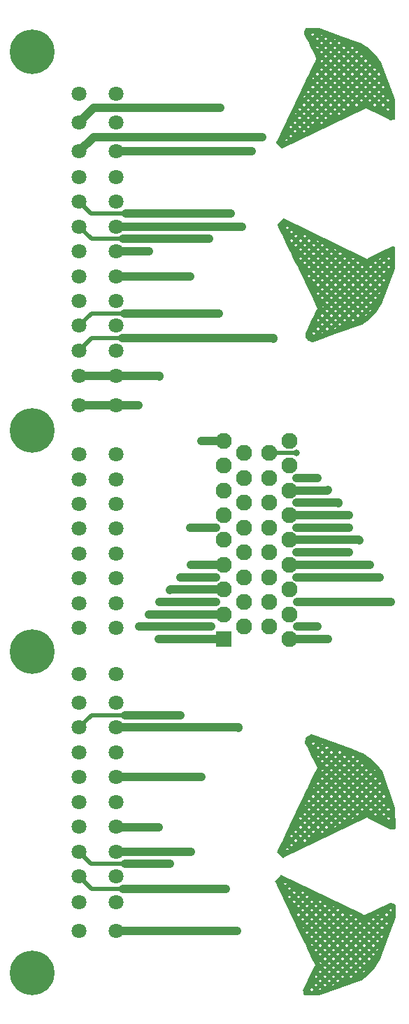
<source format=gbr>
%TF.GenerationSoftware,KiCad,Pcbnew,(6.0.2-0)*%
%TF.CreationDate,2022-04-27T17:33:59-06:00*%
%TF.ProjectId,haltech-adapter,68616c74-6563-4682-9d61-646170746572,rev?*%
%TF.SameCoordinates,Original*%
%TF.FileFunction,Copper,L1,Top*%
%TF.FilePolarity,Positive*%
%FSLAX46Y46*%
G04 Gerber Fmt 4.6, Leading zero omitted, Abs format (unit mm)*
G04 Created by KiCad (PCBNEW (6.0.2-0)) date 2022-04-27 17:33:59*
%MOMM*%
%LPD*%
G01*
G04 APERTURE LIST*
%TA.AperFunction,ComponentPad*%
%ADD10C,1.800000*%
%TD*%
%TA.AperFunction,ComponentPad*%
%ADD11C,5.400000*%
%TD*%
%TA.AperFunction,ComponentPad*%
%ADD12R,1.950000X1.950000*%
%TD*%
%TA.AperFunction,ComponentPad*%
%ADD13C,1.950000*%
%TD*%
%TA.AperFunction,ViaPad*%
%ADD14C,0.800000*%
%TD*%
%TA.AperFunction,Conductor*%
%ADD15C,1.000000*%
%TD*%
%TA.AperFunction,Conductor*%
%ADD16C,0.500000*%
%TD*%
G04 APERTURE END LIST*
D10*
%TO.P,J2,1A,NC*%
%TO.N,unconnected-(J2-Pad1A)*%
X34450000Y-123100000D03*
%TO.P,J2,1B,+12V*%
%TO.N,/12V*%
X38950000Y-123100000D03*
%TO.P,J2,1C,NC*%
%TO.N,unconnected-(J2-Pad1C)*%
X34450000Y-119600000D03*
%TO.P,J2,1D,NC*%
%TO.N,unconnected-(J2-Pad1D)*%
X38950000Y-119600000D03*
%TO.P,J2,1E,CEL*%
%TO.N,/CEL*%
X34450000Y-116500000D03*
%TO.P,J2,1F,NC*%
%TO.N,unconnected-(J2-Pad1F)*%
X38950000Y-116500000D03*
%TO.P,J2,1G,IGNA*%
%TO.N,/IGN1*%
X34450000Y-113500000D03*
%TO.P,J2,1H,IGNB*%
%TO.N,/IGN2*%
X38950000Y-113500000D03*
%TO.P,J2,1I,NC*%
%TO.N,unconnected-(J2-Pad1I)*%
X34450000Y-110500000D03*
%TO.P,J2,1J,AC_OUT*%
%TO.N,/AC_OUT*%
X38950000Y-110500000D03*
%TO.P,J2,1K,NC*%
%TO.N,unconnected-(J2-Pad1K)*%
X34450000Y-107500000D03*
%TO.P,J2,1L,NC*%
%TO.N,unconnected-(J2-Pad1L)*%
X38950000Y-107500000D03*
%TO.P,J2,1M,NC*%
%TO.N,unconnected-(J2-Pad1M)*%
X34450000Y-104500000D03*
%TO.P,J2,1N,5VREF*%
%TO.N,/5VREF*%
X38950000Y-104500000D03*
%TO.P,J2,1O,NC*%
%TO.N,unconnected-(J2-Pad1O)*%
X34450000Y-101500000D03*
%TO.P,J2,1P,NC*%
%TO.N,unconnected-(J2-Pad1P)*%
X38950000Y-101500000D03*
%TO.P,J2,1Q,AC_IN*%
%TO.N,/AC_IN*%
X34450000Y-98500000D03*
%TO.P,J2,1R,FAN*%
%TO.N,/DPO4*%
X38950000Y-98500000D03*
%TO.P,J2,1S,NC*%
%TO.N,unconnected-(J2-Pad1S)*%
X34450000Y-95500000D03*
%TO.P,J2,1T,NC*%
%TO.N,unconnected-(J2-Pad1T)*%
X38950000Y-95500000D03*
%TO.P,J2,1U,NC*%
%TO.N,unconnected-(J2-Pad1U)*%
X34450000Y-92000000D03*
%TO.P,J2,1V,NC*%
%TO.N,unconnected-(J2-Pad1V)*%
X38950000Y-92000000D03*
%TO.P,J2,2A,GND*%
%TO.N,/GND*%
X34450000Y-59500000D03*
%TO.P,J2,2B,GND*%
X38950000Y-59500000D03*
%TO.P,J2,2C,SGND*%
%TO.N,/SGND*%
X34450000Y-56000000D03*
%TO.P,J2,2D,SGND*%
X38950000Y-56000000D03*
%TO.P,J2,2E,CRANK_IN*%
%TO.N,/TRIGGER+*%
X34450000Y-52900000D03*
%TO.P,J2,2F,NC*%
%TO.N,unconnected-(J2-Pad2F)*%
X38950000Y-52900000D03*
%TO.P,J2,2G,CAM_IN*%
%TO.N,/HOME+*%
X34450000Y-49900000D03*
%TO.P,J2,2H,NC*%
%TO.N,unconnected-(J2-Pad2H)*%
X38950000Y-49900000D03*
%TO.P,J2,2I,TACH*%
%TO.N,/TACH*%
X34450000Y-46900000D03*
%TO.P,J2,2J,NC*%
%TO.N,unconnected-(J2-Pad2J)*%
X38950000Y-46900000D03*
%TO.P,J2,2K,AFM*%
%TO.N,unconnected-(J2-Pad2K)*%
X34450000Y-43900000D03*
%TO.P,J2,2L,TPS*%
%TO.N,/TPS*%
X38950000Y-43900000D03*
%TO.P,J2,2M,NC*%
%TO.N,unconnected-(J2-Pad2M)*%
X34450000Y-40900000D03*
%TO.P,J2,2N,NBO2*%
%TO.N,/AVI1*%
X38950000Y-40900000D03*
%TO.P,J2,2O,FUELP*%
%TO.N,/DPO5*%
X34450000Y-37900000D03*
%TO.P,J2,2P,AIT*%
%TO.N,/IAT*%
X38950000Y-37900000D03*
%TO.P,J2,2Q,CLT*%
%TO.N,/CLT*%
X34450000Y-34900000D03*
%TO.P,J2,2R,NC*%
%TO.N,unconnected-(J2-Pad2R)*%
X38950000Y-34900000D03*
%TO.P,J2,2S,NC*%
%TO.N,unconnected-(J2-Pad2S)*%
X34450000Y-31900000D03*
%TO.P,J2,2T,NC*%
%TO.N,unconnected-(J2-Pad2T)*%
X38950000Y-31900000D03*
%TO.P,J2,2U,INJ1*%
%TO.N,/INJ1*%
X34450000Y-28800000D03*
%TO.P,J2,2V,INJ2*%
%TO.N,/INJ2*%
X38950000Y-28800000D03*
%TO.P,J2,2W,IDLE*%
%TO.N,/DPO3*%
X34450000Y-25300000D03*
%TO.P,J2,2X,NC*%
%TO.N,unconnected-(J2-Pad2X)*%
X38950000Y-25300000D03*
%TO.P,J2,2Y,INJ3*%
%TO.N,Net-(J2-Pad2Y)*%
X38950000Y-21800000D03*
%TO.P,J2,2Z,INJ4*%
%TO.N,Net-(J2-Pad2Z)*%
X34450000Y-21800000D03*
%TO.P,J2,3A,NC*%
%TO.N,unconnected-(J2-Pad3A)*%
X34450000Y-86450000D03*
%TO.P,J2,3B,NC*%
%TO.N,unconnected-(J2-Pad3B)*%
X38950000Y-86450000D03*
%TO.P,J2,3C,NC*%
%TO.N,unconnected-(J2-Pad3C)*%
X34450000Y-83450000D03*
%TO.P,J2,3D,NC*%
%TO.N,unconnected-(J2-Pad3D)*%
X38950000Y-83450000D03*
%TO.P,J2,3E,NC*%
%TO.N,unconnected-(J2-Pad3E)*%
X34450000Y-80450000D03*
%TO.P,J2,3F,NC*%
%TO.N,unconnected-(J2-Pad3F)*%
X38950000Y-80450000D03*
%TO.P,J2,3G,NC*%
%TO.N,unconnected-(J2-Pad3G)*%
X34450000Y-77450000D03*
%TO.P,J2,3H,NC*%
%TO.N,unconnected-(J2-Pad3H)*%
X38950000Y-77450000D03*
%TO.P,J2,3I,NC*%
%TO.N,unconnected-(J2-Pad3I)*%
X34450000Y-74450000D03*
%TO.P,J2,3J,NC*%
%TO.N,unconnected-(J2-Pad3J)*%
X38950000Y-74450000D03*
%TO.P,J2,3K,NC*%
%TO.N,unconnected-(J2-Pad3K)*%
X34450000Y-71450000D03*
%TO.P,J2,3L,NC*%
%TO.N,unconnected-(J2-Pad3L)*%
X38950000Y-71450000D03*
%TO.P,J2,3M,NC*%
%TO.N,unconnected-(J2-Pad3M)*%
X34450000Y-68450000D03*
%TO.P,J2,3N,NC*%
%TO.N,unconnected-(J2-Pad3N)*%
X38950000Y-68450000D03*
%TO.P,J2,3O,NC*%
%TO.N,unconnected-(J2-Pad3O)*%
X34450000Y-65450000D03*
%TO.P,J2,3P,NC*%
%TO.N,unconnected-(J2-Pad3P)*%
X38950000Y-65450000D03*
D11*
%TO.P,J2,MH1*%
%TO.N,N/C*%
X28750000Y-128150000D03*
%TO.P,J2,MH2*%
X28750000Y-89300000D03*
%TO.P,J2,MH3*%
X28750000Y-62600000D03*
%TO.P,J2,MH4*%
X28750000Y-16750000D03*
%TD*%
D12*
%TO.P,J1,1,1*%
%TO.N,/AC_OUT*%
X51928509Y-87807040D03*
D13*
%TO.P,J1,2,2*%
%TO.N,/AVI1*%
X51928509Y-84807040D03*
%TO.P,J1,3,3*%
%TO.N,/IGN1*%
X51928509Y-81807040D03*
%TO.P,J1,4,4*%
%TO.N,/IGN2*%
X51928509Y-78807040D03*
%TO.P,J1,5,5*%
%TO.N,/IGN3*%
X51928509Y-75807040D03*
%TO.P,J1,6,6*%
%TO.N,/IGN4*%
X51928509Y-72807040D03*
%TO.P,J1,7,7*%
%TO.N,unconnected-(J1-Pad7)*%
X51928509Y-69807040D03*
%TO.P,J1,8,8*%
%TO.N,unconnected-(J1-Pad8)*%
X51928509Y-66807040D03*
%TO.P,J1,9,9*%
%TO.N,/5VREF*%
X51928509Y-63807040D03*
%TO.P,J1,10,10*%
%TO.N,/GND*%
X54428509Y-86307040D03*
%TO.P,J1,11,11*%
%TO.N,/SGND*%
X54428509Y-83307040D03*
%TO.P,J1,12,12*%
%TO.N,/AC_IN*%
X54428509Y-80307040D03*
%TO.P,J1,13,13*%
%TO.N,unconnected-(J1-Pad13)*%
X54428509Y-77307040D03*
%TO.P,J1,14,14*%
%TO.N,/TPS*%
X54428509Y-74307040D03*
%TO.P,J1,15,15*%
%TO.N,/AVI3*%
X54428509Y-71307040D03*
%TO.P,J1,16,16*%
%TO.N,/CANH*%
X54428509Y-68307040D03*
%TO.P,J1,17,17*%
%TO.N,/CANL*%
X54428509Y-65307040D03*
%TO.P,J1,18,18*%
%TO.N,/CEL*%
X57428509Y-86307040D03*
%TO.P,J1,19,19*%
%TO.N,/INJ1*%
X57428509Y-83307040D03*
%TO.P,J1,20,20*%
%TO.N,/INJ2*%
X57428509Y-80307040D03*
%TO.P,J1,21,21*%
%TO.N,/INJ3*%
X57428509Y-77307040D03*
%TO.P,J1,22,22*%
%TO.N,/INJ4*%
X57428509Y-74307040D03*
%TO.P,J1,23,23*%
%TO.N,/DPO3*%
X57428509Y-71307040D03*
%TO.P,J1,24,24*%
%TO.N,/DPO5*%
X57428509Y-68307040D03*
%TO.P,J1,25,25*%
%TO.N,/DPO4*%
X57428509Y-65307040D03*
%TO.P,J1,26,26*%
%TO.N,/12V*%
X59928509Y-87807040D03*
%TO.P,J1,27,27*%
%TO.N,unconnected-(J1-Pad27)*%
X59928509Y-84807040D03*
%TO.P,J1,28,28*%
%TO.N,unconnected-(J1-Pad28)*%
X59928509Y-81807040D03*
%TO.P,J1,29,29*%
%TO.N,/IAT*%
X59928509Y-78807040D03*
%TO.P,J1,30,30*%
%TO.N,/CLT*%
X59928509Y-75807040D03*
%TO.P,J1,31,31*%
%TO.N,/TRIGGER+*%
X59928509Y-72807040D03*
%TO.P,J1,32,32*%
%TO.N,/HOME+*%
X59928509Y-69807040D03*
%TO.P,J1,33,33*%
%TO.N,/TRIGGER-*%
X59928509Y-66807040D03*
%TO.P,J1,34,34*%
%TO.N,/HOME-*%
X59928509Y-63807040D03*
%TD*%
D14*
%TO.N,/AC_OUT*%
X44082040Y-110557040D03*
X44082040Y-87807040D03*
%TO.N,/AVI1*%
X42932040Y-84807040D03*
X42932040Y-40907040D03*
%TO.N,/IGN1*%
X45457040Y-81857040D03*
X45457040Y-114957040D03*
%TO.N,/IGN2*%
X47982040Y-113507040D03*
X47957040Y-78832040D03*
%TO.N,/5VREF*%
X49232040Y-104507040D03*
X49232040Y-63807040D03*
%TO.N,/GND*%
X41657040Y-59507040D03*
X50407040Y-86307040D03*
X41682040Y-86307040D03*
%TO.N,/SGND*%
X44182040Y-56007040D03*
X51057040Y-83307040D03*
X44182040Y-83307040D03*
%TO.N,/AC_IN*%
X51057040Y-80307040D03*
X46707040Y-80307040D03*
X46707040Y-97007040D03*
%TO.N,/TPS*%
X47925000Y-43900000D03*
X47932040Y-74307040D03*
X51057040Y-74307040D03*
%TO.N,/CEL*%
X63332040Y-86307040D03*
X60857040Y-86307040D03*
X52257040Y-118007040D03*
%TO.N,/INJ2*%
X60807040Y-80307040D03*
X70857040Y-80307040D03*
X55350000Y-28800000D03*
%TO.N,/INJ3*%
X67100000Y-77307040D03*
X60807040Y-77307040D03*
%TO.N,/INJ4*%
X67107040Y-74307040D03*
X60807040Y-74307040D03*
%TO.N,/DPO3*%
X51575000Y-23550000D03*
X60807040Y-71307040D03*
X65832040Y-71332040D03*
%TO.N,/INJ1*%
X72182040Y-83307040D03*
X56650000Y-27075000D03*
X60882040Y-83307040D03*
%TO.N,/12V*%
X64607040Y-87832040D03*
X53607040Y-123082040D03*
%TO.N,/IAT*%
X54125000Y-37900000D03*
X69632040Y-78807040D03*
%TO.N,/CLT*%
X52850000Y-36300000D03*
X68382040Y-75882040D03*
%TO.N,/TRIGGER+*%
X67107040Y-72807040D03*
X57982040Y-51432040D03*
%TO.N,/HOME+*%
X51411552Y-48407040D03*
X64557040Y-69782040D03*
%TO.N,/DPO5*%
X60807040Y-68307040D03*
X50150000Y-39400000D03*
X63307040Y-68332040D03*
%TO.N,/DPO4*%
X53732040Y-98532040D03*
X60807040Y-65307040D03*
%TD*%
D15*
%TO.N,/AC_OUT*%
X44075000Y-110550000D02*
X39000000Y-110550000D01*
X44082040Y-110557040D02*
X44075000Y-110550000D01*
X51928509Y-87807040D02*
X44082040Y-87807040D01*
X39000000Y-110550000D02*
X38950000Y-110500000D01*
%TO.N,/AVI1*%
X42932040Y-84807040D02*
X51928509Y-84807040D01*
X38950000Y-40900000D02*
X42925000Y-40900000D01*
X42925000Y-40900000D02*
X42932040Y-40907040D01*
%TO.N,/IGN1*%
X45507040Y-81807040D02*
X45457040Y-81857040D01*
X45450000Y-114950000D02*
X40050000Y-114950000D01*
X45457040Y-114957040D02*
X45450000Y-114950000D01*
D16*
X35900000Y-114950000D02*
X40050000Y-114950000D01*
X34450000Y-113500000D02*
X35900000Y-114950000D01*
D15*
X51928509Y-81807040D02*
X45507040Y-81807040D01*
%TO.N,/IGN2*%
X47957040Y-78832040D02*
X47982040Y-78807040D01*
X47982040Y-78807040D02*
X51928509Y-78807040D01*
X47982040Y-113507040D02*
X47975000Y-113500000D01*
X47975000Y-113500000D02*
X38950000Y-113500000D01*
%TO.N,/5VREF*%
X49232040Y-63807040D02*
X51928509Y-63807040D01*
X49232040Y-104507040D02*
X49225000Y-104500000D01*
X49225000Y-104500000D02*
X38950000Y-104500000D01*
%TO.N,/GND*%
X34450000Y-59500000D02*
X38950000Y-59500000D01*
X41650000Y-59500000D02*
X38950000Y-59500000D01*
X50407040Y-86307040D02*
X41682040Y-86307040D01*
X41657040Y-59507040D02*
X41650000Y-59500000D01*
%TO.N,/SGND*%
X51057040Y-83307040D02*
X44182040Y-83307040D01*
X34450000Y-56000000D02*
X38950000Y-56000000D01*
X44175000Y-56000000D02*
X38950000Y-56000000D01*
X44182040Y-56007040D02*
X44175000Y-56000000D01*
%TO.N,/AC_IN*%
X51057040Y-80307040D02*
X46707040Y-80307040D01*
D16*
X34450000Y-98500000D02*
X35950000Y-97000000D01*
D15*
X46700000Y-97000000D02*
X40050000Y-97000000D01*
X46707040Y-97007040D02*
X46700000Y-97000000D01*
D16*
X35950000Y-97000000D02*
X40050000Y-97000000D01*
D15*
%TO.N,/TPS*%
X47932040Y-74307040D02*
X51057040Y-74307040D01*
X47925000Y-43900000D02*
X38950000Y-43900000D01*
%TO.N,/CEL*%
X52257040Y-118007040D02*
X52250000Y-118000000D01*
X52250000Y-118000000D02*
X39750000Y-118000000D01*
D16*
X35950000Y-118000000D02*
X39750000Y-118000000D01*
X34450000Y-116500000D02*
X35950000Y-118000000D01*
D15*
X63332040Y-86307040D02*
X60857040Y-86307040D01*
%TO.N,/INJ2*%
X60807040Y-80307040D02*
X70857040Y-80307040D01*
X55350000Y-28800000D02*
X38950000Y-28800000D01*
%TO.N,/INJ3*%
X67100000Y-77307040D02*
X60807040Y-77307040D01*
%TO.N,/INJ4*%
X67107040Y-74307040D02*
X60807040Y-74307040D01*
%TO.N,/DPO3*%
X65832040Y-71332040D02*
X65807040Y-71307040D01*
X51575000Y-23550000D02*
X36200000Y-23550000D01*
X65807040Y-71307040D02*
X60807040Y-71307040D01*
X36200000Y-23550000D02*
X34450000Y-25300000D01*
%TO.N,/INJ1*%
X72182040Y-83307040D02*
X60882040Y-83307040D01*
X36175000Y-27075000D02*
X34450000Y-28800000D01*
X56650000Y-27075000D02*
X36175000Y-27075000D01*
%TO.N,/12V*%
X64582040Y-87807040D02*
X59928509Y-87807040D01*
X64607040Y-87832040D02*
X64582040Y-87807040D01*
X53607040Y-123082040D02*
X53589080Y-123100000D01*
X53589080Y-123100000D02*
X38950000Y-123100000D01*
%TO.N,/IAT*%
X59928509Y-78807040D02*
X69632040Y-78807040D01*
X54125000Y-37900000D02*
X38950000Y-37900000D01*
%TO.N,/CLT*%
X68307040Y-75807040D02*
X59928509Y-75807040D01*
X68382040Y-75882040D02*
X68307040Y-75807040D01*
D16*
X35900000Y-36350000D02*
X34450000Y-34900000D01*
D15*
X52850000Y-36300000D02*
X40100000Y-36300000D01*
D16*
X40100000Y-36300000D02*
X40050000Y-36350000D01*
X40050000Y-36350000D02*
X35900000Y-36350000D01*
D15*
%TO.N,/TRIGGER+*%
X57950000Y-51400000D02*
X57982040Y-51432040D01*
X39650000Y-51400000D02*
X57950000Y-51400000D01*
D16*
X35950000Y-51400000D02*
X34450000Y-52900000D01*
X39650000Y-51400000D02*
X35950000Y-51400000D01*
D15*
X67107040Y-72807040D02*
X59928509Y-72807040D01*
%TO.N,/HOME+*%
X64532040Y-69807040D02*
X59928509Y-69807040D01*
D16*
X39950000Y-48400000D02*
X35950000Y-48400000D01*
D15*
X39950000Y-48400000D02*
X51404512Y-48400000D01*
D16*
X35950000Y-48400000D02*
X34450000Y-49900000D01*
D15*
X51404512Y-48400000D02*
X51411552Y-48407040D01*
X64557040Y-69782040D02*
X64532040Y-69807040D01*
%TO.N,/DPO5*%
X63307040Y-68332040D02*
X63282040Y-68307040D01*
D16*
X35950000Y-39400000D02*
X34450000Y-37900000D01*
D15*
X50150000Y-39400000D02*
X39750000Y-39400000D01*
D16*
X39850000Y-39400000D02*
X35950000Y-39400000D01*
D15*
X63282040Y-68307040D02*
X60807040Y-68307040D01*
%TO.N,/DPO4*%
X53732040Y-98532040D02*
X53700000Y-98500000D01*
D16*
X57428509Y-65307040D02*
X60807040Y-65307040D01*
D15*
X53700000Y-98500000D02*
X38950000Y-98500000D01*
%TD*%
%TA.AperFunction,NonConductor*%
G36*
X59203583Y-36935600D02*
G01*
X59214032Y-36940043D01*
X68797183Y-41535433D01*
X69322971Y-41787563D01*
X69324537Y-41786791D01*
X70740038Y-41786791D01*
X70850720Y-41897473D01*
X71031740Y-41716453D01*
X71736017Y-41716453D01*
X71917037Y-41897473D01*
X72098057Y-41716453D01*
X71917037Y-41535433D01*
X71736017Y-41716453D01*
X71031740Y-41716453D01*
X70982515Y-41667228D01*
X70740038Y-41786791D01*
X69324537Y-41786791D01*
X69397581Y-41750774D01*
X70915565Y-41002274D01*
X72352656Y-40293662D01*
X72422598Y-40281476D01*
X72434524Y-40283414D01*
X72593897Y-40317221D01*
X72656384Y-40350923D01*
X72690731Y-40413058D01*
X72693750Y-40440371D01*
X72694814Y-41787563D01*
X72695740Y-42960622D01*
X72688091Y-43003954D01*
X71138567Y-47245776D01*
X71124286Y-47273574D01*
X70530680Y-48143278D01*
X70518189Y-48158785D01*
X69557895Y-49174748D01*
X69538953Y-49191159D01*
X69297152Y-49361692D01*
X68891292Y-49647929D01*
X68861623Y-49663415D01*
X65282475Y-50961167D01*
X62780905Y-51868203D01*
X62725419Y-51875124D01*
X62494748Y-51852056D01*
X62449947Y-51838878D01*
X62303462Y-51764008D01*
X62178021Y-51699893D01*
X62135663Y-51664740D01*
X61933488Y-51403102D01*
X61908185Y-51341865D01*
X61839499Y-50798628D01*
X61842642Y-50780147D01*
X62672322Y-50780147D01*
X62853342Y-50961167D01*
X63034362Y-50780147D01*
X63738639Y-50780147D01*
X63793619Y-50835127D01*
X64059320Y-50738788D01*
X63919659Y-50599127D01*
X63738639Y-50780147D01*
X63034362Y-50780147D01*
X62853342Y-50599127D01*
X62672322Y-50780147D01*
X61842642Y-50780147D01*
X61851752Y-50726582D01*
X61915328Y-50599127D01*
X62090977Y-50246989D01*
X63205481Y-50246989D01*
X63386501Y-50428009D01*
X63567521Y-50246989D01*
X64271798Y-50246989D01*
X64452818Y-50428009D01*
X64633838Y-50246989D01*
X65338115Y-50246989D01*
X65358755Y-50267629D01*
X65624455Y-50171289D01*
X65519135Y-50065969D01*
X65338115Y-50246989D01*
X64633838Y-50246989D01*
X64452818Y-50065969D01*
X64271798Y-50246989D01*
X63567521Y-50246989D01*
X63386501Y-50065969D01*
X63205481Y-50246989D01*
X62090977Y-50246989D01*
X62356920Y-49713830D01*
X63738639Y-49713830D01*
X63919659Y-49894850D01*
X64100679Y-49713830D01*
X64804956Y-49713830D01*
X64985977Y-49894850D01*
X65166996Y-49713831D01*
X65166995Y-49713830D01*
X65871273Y-49713830D01*
X66052294Y-49894850D01*
X66233313Y-49713831D01*
X66204030Y-49684548D01*
X66966872Y-49684548D01*
X67189592Y-49603792D01*
X67118610Y-49532810D01*
X66966872Y-49684548D01*
X66204030Y-49684548D01*
X66052293Y-49532810D01*
X65871273Y-49713830D01*
X65166995Y-49713830D01*
X64985976Y-49532810D01*
X64804956Y-49713830D01*
X64100679Y-49713830D01*
X63919659Y-49532810D01*
X63738639Y-49713830D01*
X62356920Y-49713830D01*
X62583946Y-49258691D01*
X63283501Y-49258691D01*
X63386501Y-49361692D01*
X63567521Y-49180672D01*
X64271798Y-49180672D01*
X64452818Y-49361692D01*
X64633838Y-49180672D01*
X65338115Y-49180672D01*
X65519135Y-49361692D01*
X65700155Y-49180672D01*
X66404432Y-49180672D01*
X66585452Y-49361692D01*
X66766472Y-49180672D01*
X67470749Y-49180672D01*
X67651769Y-49361692D01*
X67832789Y-49180672D01*
X67666727Y-49014610D01*
X68703128Y-49014610D01*
X68720671Y-49002237D01*
X68718086Y-48999652D01*
X68703128Y-49014610D01*
X67666727Y-49014610D01*
X67651769Y-48999652D01*
X67470749Y-49180672D01*
X66766472Y-49180672D01*
X66585452Y-48999652D01*
X66404432Y-49180672D01*
X65700155Y-49180672D01*
X65519135Y-48999652D01*
X65338115Y-49180672D01*
X64633838Y-49180672D01*
X64452818Y-48999652D01*
X64271798Y-49180672D01*
X63567521Y-49180672D01*
X63403988Y-49017139D01*
X63283501Y-49258691D01*
X62583946Y-49258691D01*
X62888805Y-48647513D01*
X63738639Y-48647513D01*
X63919659Y-48828533D01*
X64100679Y-48647513D01*
X64804956Y-48647513D01*
X64985976Y-48828533D01*
X65166996Y-48647513D01*
X65871273Y-48647513D01*
X66052293Y-48828533D01*
X66233313Y-48647513D01*
X66937590Y-48647513D01*
X67118610Y-48828533D01*
X67299630Y-48647513D01*
X68003907Y-48647513D01*
X68184927Y-48828533D01*
X68365947Y-48647513D01*
X69070224Y-48647513D01*
X69133673Y-48710962D01*
X69137300Y-48708404D01*
X69310216Y-48525465D01*
X69251244Y-48466493D01*
X69070224Y-48647513D01*
X68365947Y-48647513D01*
X68184927Y-48466493D01*
X68003907Y-48647513D01*
X67299630Y-48647513D01*
X67118610Y-48466493D01*
X66937590Y-48647513D01*
X66233313Y-48647513D01*
X66052293Y-48466493D01*
X65871273Y-48647513D01*
X65166996Y-48647513D01*
X64985976Y-48466493D01*
X64804956Y-48647513D01*
X64100679Y-48647513D01*
X63919659Y-48466493D01*
X63738639Y-48647513D01*
X62888805Y-48647513D01*
X63154748Y-48114355D01*
X64271798Y-48114355D01*
X64452818Y-48295375D01*
X64633838Y-48114355D01*
X65338115Y-48114355D01*
X65519135Y-48295375D01*
X65700155Y-48114355D01*
X66404432Y-48114355D01*
X66585452Y-48295375D01*
X66766472Y-48114355D01*
X67470749Y-48114355D01*
X67651769Y-48295375D01*
X67832789Y-48114355D01*
X68537066Y-48114355D01*
X68718086Y-48295375D01*
X68899106Y-48114355D01*
X69603383Y-48114355D01*
X69652436Y-48163408D01*
X69828356Y-47977288D01*
X69784403Y-47933335D01*
X69603383Y-48114355D01*
X68899106Y-48114355D01*
X68718086Y-47933335D01*
X68537066Y-48114355D01*
X67832789Y-48114355D01*
X67651769Y-47933335D01*
X67470749Y-48114355D01*
X66766472Y-48114355D01*
X66585452Y-47933335D01*
X66404432Y-48114355D01*
X65700155Y-48114355D01*
X65519135Y-47933335D01*
X65338115Y-48114355D01*
X64633838Y-48114355D01*
X64452818Y-47933335D01*
X64271798Y-48114355D01*
X63154748Y-48114355D01*
X63312562Y-47797971D01*
X63154749Y-47470276D01*
X63849559Y-47470276D01*
X63876567Y-47526356D01*
X63879786Y-47533618D01*
X63903493Y-47591996D01*
X63911747Y-47623525D01*
X63928272Y-47753603D01*
X64100679Y-47581196D01*
X64804956Y-47581196D01*
X64985976Y-47762216D01*
X65166996Y-47581196D01*
X65871273Y-47581196D01*
X66052293Y-47762216D01*
X66233313Y-47581196D01*
X66937590Y-47581196D01*
X67118610Y-47762216D01*
X67299630Y-47581196D01*
X68003907Y-47581196D01*
X68184927Y-47762216D01*
X68365947Y-47581196D01*
X69070224Y-47581196D01*
X69251244Y-47762216D01*
X69432264Y-47581196D01*
X70136541Y-47581196D01*
X70148349Y-47593004D01*
X70199123Y-47518614D01*
X70136541Y-47581196D01*
X69432264Y-47581196D01*
X69251244Y-47400176D01*
X69070224Y-47581196D01*
X68365947Y-47581196D01*
X68184927Y-47400176D01*
X68003907Y-47581196D01*
X67299630Y-47581196D01*
X67118610Y-47400176D01*
X66937590Y-47581196D01*
X66233313Y-47581196D01*
X66052293Y-47400176D01*
X65871273Y-47581196D01*
X65166996Y-47581196D01*
X64985976Y-47400176D01*
X64804956Y-47581196D01*
X64100679Y-47581196D01*
X63919659Y-47400176D01*
X63849559Y-47470276D01*
X63154749Y-47470276D01*
X62951406Y-47048038D01*
X64271798Y-47048038D01*
X64452818Y-47229058D01*
X64633838Y-47048038D01*
X65338115Y-47048038D01*
X65519135Y-47229058D01*
X65700155Y-47048038D01*
X66404432Y-47048038D01*
X66585452Y-47229058D01*
X66766472Y-47048038D01*
X67470749Y-47048038D01*
X67651769Y-47229058D01*
X67832789Y-47048038D01*
X68537066Y-47048038D01*
X68718086Y-47229058D01*
X68899106Y-47048038D01*
X69603383Y-47048038D01*
X69784403Y-47229058D01*
X69965423Y-47048038D01*
X69784403Y-46867018D01*
X69603383Y-47048038D01*
X68899106Y-47048038D01*
X68718086Y-46867018D01*
X68537066Y-47048038D01*
X67832789Y-47048038D01*
X67651769Y-46867018D01*
X67470749Y-47048038D01*
X66766472Y-47048038D01*
X66585452Y-46867018D01*
X66404432Y-47048038D01*
X65700155Y-47048038D01*
X65519135Y-46867018D01*
X65338115Y-47048038D01*
X64633838Y-47048038D01*
X64452818Y-46867018D01*
X64271798Y-47048038D01*
X62951406Y-47048038D01*
X62694645Y-46514879D01*
X63738639Y-46514879D01*
X63919659Y-46695899D01*
X64100679Y-46514879D01*
X64804956Y-46514879D01*
X64985976Y-46695899D01*
X65166996Y-46514879D01*
X65871273Y-46514879D01*
X66052293Y-46695899D01*
X66233313Y-46514879D01*
X66937590Y-46514879D01*
X67118610Y-46695899D01*
X67299630Y-46514879D01*
X68003907Y-46514879D01*
X68184927Y-46695899D01*
X68365947Y-46514879D01*
X69070224Y-46514879D01*
X69251244Y-46695899D01*
X69432264Y-46514879D01*
X70136541Y-46514879D01*
X70317561Y-46695899D01*
X70498581Y-46514879D01*
X70317561Y-46333859D01*
X70136541Y-46514879D01*
X69432264Y-46514879D01*
X69251244Y-46333859D01*
X69070224Y-46514879D01*
X68365947Y-46514879D01*
X68184927Y-46333859D01*
X68003907Y-46514879D01*
X67299630Y-46514879D01*
X67118610Y-46333859D01*
X66937590Y-46514879D01*
X66233313Y-46514879D01*
X66052293Y-46333859D01*
X65871273Y-46514879D01*
X65166996Y-46514879D01*
X64985976Y-46333859D01*
X64804956Y-46514879D01*
X64100679Y-46514879D01*
X63919659Y-46333859D01*
X63738639Y-46514879D01*
X62694645Y-46514879D01*
X62437884Y-45981720D01*
X63205481Y-45981720D01*
X63386501Y-46162741D01*
X63567521Y-45981721D01*
X64271798Y-45981721D01*
X64452818Y-46162741D01*
X64633838Y-45981721D01*
X65338115Y-45981721D01*
X65519135Y-46162741D01*
X65700155Y-45981721D01*
X66404432Y-45981721D01*
X66585452Y-46162741D01*
X66766472Y-45981721D01*
X67470749Y-45981721D01*
X67651769Y-46162741D01*
X67832789Y-45981721D01*
X68537066Y-45981721D01*
X68718086Y-46162741D01*
X68899106Y-45981721D01*
X69603383Y-45981721D01*
X69784403Y-46162741D01*
X69965423Y-45981721D01*
X70669700Y-45981721D01*
X70850720Y-46162741D01*
X70877529Y-46135932D01*
X70960050Y-45910032D01*
X70850720Y-45800701D01*
X70669700Y-45981721D01*
X69965423Y-45981721D01*
X69784403Y-45800701D01*
X69603383Y-45981721D01*
X68899106Y-45981721D01*
X68718086Y-45800701D01*
X68537066Y-45981721D01*
X67832789Y-45981721D01*
X67651769Y-45800701D01*
X67470749Y-45981721D01*
X66766472Y-45981721D01*
X66585452Y-45800701D01*
X66404432Y-45981721D01*
X65700155Y-45981721D01*
X65519135Y-45800701D01*
X65338115Y-45981721D01*
X64633838Y-45981721D01*
X64452818Y-45800701D01*
X64271798Y-45981721D01*
X63567521Y-45981721D01*
X63386500Y-45800701D01*
X63205481Y-45981720D01*
X62437884Y-45981720D01*
X62114940Y-45311134D01*
X62809750Y-45311134D01*
X62927430Y-45555494D01*
X63034362Y-45448562D01*
X63738639Y-45448562D01*
X63919659Y-45629582D01*
X64100679Y-45448562D01*
X64804956Y-45448562D01*
X64985976Y-45629582D01*
X65166996Y-45448562D01*
X65871273Y-45448562D01*
X66052293Y-45629582D01*
X66233313Y-45448562D01*
X66937590Y-45448562D01*
X67118610Y-45629582D01*
X67299630Y-45448562D01*
X68003907Y-45448562D01*
X68184927Y-45629582D01*
X68365947Y-45448562D01*
X69070224Y-45448562D01*
X69251244Y-45629582D01*
X69432264Y-45448562D01*
X70136541Y-45448562D01*
X70317561Y-45629582D01*
X70498581Y-45448562D01*
X70317561Y-45267542D01*
X70136541Y-45448562D01*
X69432264Y-45448562D01*
X69251244Y-45267542D01*
X69070224Y-45448562D01*
X68365947Y-45448562D01*
X68184927Y-45267542D01*
X68003907Y-45448562D01*
X67299630Y-45448562D01*
X67118610Y-45267542D01*
X66937590Y-45448562D01*
X66233313Y-45448562D01*
X66052293Y-45267542D01*
X65871273Y-45448562D01*
X65166996Y-45448562D01*
X64985976Y-45267542D01*
X64804956Y-45448562D01*
X64100679Y-45448562D01*
X63919659Y-45267542D01*
X63738639Y-45448562D01*
X63034362Y-45448562D01*
X62853342Y-45267542D01*
X62809750Y-45311134D01*
X62114940Y-45311134D01*
X61924362Y-44915403D01*
X63205481Y-44915403D01*
X63386501Y-45096424D01*
X63567521Y-44915404D01*
X64271798Y-44915404D01*
X64452818Y-45096424D01*
X64633838Y-44915404D01*
X65338115Y-44915404D01*
X65519135Y-45096424D01*
X65700155Y-44915404D01*
X66404432Y-44915404D01*
X66585452Y-45096424D01*
X66766472Y-44915404D01*
X67470749Y-44915404D01*
X67651769Y-45096424D01*
X67832789Y-44915404D01*
X68537066Y-44915404D01*
X68718086Y-45096424D01*
X68899106Y-44915404D01*
X69603383Y-44915404D01*
X69784403Y-45096424D01*
X69965423Y-44915404D01*
X70669700Y-44915404D01*
X70850720Y-45096424D01*
X71031740Y-44915404D01*
X70850720Y-44734384D01*
X70669700Y-44915404D01*
X69965423Y-44915404D01*
X69784403Y-44734384D01*
X69603383Y-44915404D01*
X68899106Y-44915404D01*
X68718086Y-44734384D01*
X68537066Y-44915404D01*
X67832789Y-44915404D01*
X67651769Y-44734384D01*
X67470749Y-44915404D01*
X66766472Y-44915404D01*
X66585452Y-44734384D01*
X66404432Y-44915404D01*
X65700155Y-44915404D01*
X65519135Y-44734384D01*
X65338115Y-44915404D01*
X64633838Y-44915404D01*
X64452818Y-44734384D01*
X64271798Y-44915404D01*
X63567521Y-44915404D01*
X63386500Y-44734384D01*
X63205481Y-44915403D01*
X61924362Y-44915403D01*
X61667602Y-44382245D01*
X62672322Y-44382245D01*
X62853342Y-44563265D01*
X63034362Y-44382245D01*
X63738639Y-44382245D01*
X63919659Y-44563265D01*
X64100679Y-44382245D01*
X64804956Y-44382245D01*
X64985976Y-44563265D01*
X65166996Y-44382245D01*
X65871273Y-44382245D01*
X66052293Y-44563265D01*
X66233313Y-44382245D01*
X66937590Y-44382245D01*
X67118610Y-44563265D01*
X67299630Y-44382245D01*
X68003907Y-44382245D01*
X68184927Y-44563265D01*
X68365947Y-44382245D01*
X69070224Y-44382245D01*
X69251244Y-44563265D01*
X69432264Y-44382245D01*
X70136541Y-44382245D01*
X70317561Y-44563265D01*
X70498581Y-44382245D01*
X71202858Y-44382245D01*
X71383878Y-44563265D01*
X71491238Y-44455905D01*
X71530655Y-44348002D01*
X71383878Y-44201225D01*
X71202858Y-44382245D01*
X70498581Y-44382245D01*
X70317561Y-44201225D01*
X70136541Y-44382245D01*
X69432264Y-44382245D01*
X69251244Y-44201225D01*
X69070224Y-44382245D01*
X68365947Y-44382245D01*
X68184927Y-44201225D01*
X68003907Y-44382245D01*
X67299630Y-44382245D01*
X67118610Y-44201225D01*
X66937590Y-44382245D01*
X66233313Y-44382245D01*
X66052293Y-44201225D01*
X65871273Y-44382245D01*
X65166996Y-44382245D01*
X64985976Y-44201225D01*
X64804956Y-44382245D01*
X64100679Y-44382245D01*
X63919659Y-44201225D01*
X63738639Y-44382245D01*
X63034362Y-44382245D01*
X62853342Y-44201225D01*
X62672322Y-44382245D01*
X61667602Y-44382245D01*
X61410841Y-43849086D01*
X62139164Y-43849086D01*
X62320184Y-44030107D01*
X62501204Y-43849087D01*
X62501203Y-43849086D01*
X63205481Y-43849086D01*
X63386501Y-44030107D01*
X63567521Y-43849087D01*
X64271798Y-43849087D01*
X64452818Y-44030107D01*
X64633838Y-43849087D01*
X65338115Y-43849087D01*
X65519135Y-44030107D01*
X65700155Y-43849087D01*
X66404432Y-43849087D01*
X66585452Y-44030107D01*
X66766472Y-43849087D01*
X67470749Y-43849087D01*
X67651769Y-44030107D01*
X67832789Y-43849087D01*
X68537066Y-43849087D01*
X68718086Y-44030107D01*
X68899106Y-43849087D01*
X69603383Y-43849087D01*
X69784403Y-44030107D01*
X69965423Y-43849087D01*
X70669700Y-43849087D01*
X70850720Y-44030107D01*
X71031740Y-43849087D01*
X70850720Y-43668067D01*
X70669700Y-43849087D01*
X69965423Y-43849087D01*
X69784403Y-43668067D01*
X69603383Y-43849087D01*
X68899106Y-43849087D01*
X68718086Y-43668067D01*
X68537066Y-43849087D01*
X67832789Y-43849087D01*
X67651769Y-43668067D01*
X67470749Y-43849087D01*
X66766472Y-43849087D01*
X66585452Y-43668067D01*
X66404432Y-43849087D01*
X65700155Y-43849087D01*
X65519135Y-43668067D01*
X65338115Y-43849087D01*
X64633838Y-43849087D01*
X64452818Y-43668067D01*
X64271798Y-43849087D01*
X63567521Y-43849087D01*
X63386500Y-43668067D01*
X63205481Y-43849086D01*
X62501203Y-43849086D01*
X62320183Y-43668067D01*
X62139164Y-43849086D01*
X61410841Y-43849086D01*
X61075132Y-43151992D01*
X61769941Y-43151992D01*
X61887621Y-43396352D01*
X61968045Y-43315928D01*
X62672322Y-43315928D01*
X62853342Y-43496948D01*
X63034362Y-43315928D01*
X63738639Y-43315928D01*
X63919659Y-43496948D01*
X64100679Y-43315928D01*
X64804956Y-43315928D01*
X64985976Y-43496948D01*
X65166996Y-43315928D01*
X65871273Y-43315928D01*
X66052293Y-43496948D01*
X66233313Y-43315928D01*
X66937590Y-43315928D01*
X67118610Y-43496948D01*
X67299630Y-43315928D01*
X68003907Y-43315928D01*
X68184927Y-43496948D01*
X68365947Y-43315928D01*
X69070224Y-43315928D01*
X69251244Y-43496948D01*
X69432264Y-43315928D01*
X70136541Y-43315928D01*
X70317561Y-43496948D01*
X70498581Y-43315928D01*
X71202858Y-43315928D01*
X71383878Y-43496948D01*
X71564898Y-43315928D01*
X71383878Y-43134908D01*
X71202858Y-43315928D01*
X70498581Y-43315928D01*
X70317561Y-43134908D01*
X70136541Y-43315928D01*
X69432264Y-43315928D01*
X69251244Y-43134908D01*
X69070224Y-43315928D01*
X68365947Y-43315928D01*
X68184927Y-43134908D01*
X68003907Y-43315928D01*
X67299630Y-43315928D01*
X67118610Y-43134908D01*
X66937590Y-43315928D01*
X66233313Y-43315928D01*
X66052293Y-43134908D01*
X65871273Y-43315928D01*
X65166996Y-43315928D01*
X64985976Y-43134908D01*
X64804956Y-43315928D01*
X64100679Y-43315928D01*
X63919659Y-43134908D01*
X63738639Y-43315928D01*
X63034362Y-43315928D01*
X62853342Y-43134908D01*
X62672322Y-43315928D01*
X61968045Y-43315928D01*
X61787025Y-43134908D01*
X61769941Y-43151992D01*
X61075132Y-43151992D01*
X60897320Y-42782769D01*
X62139164Y-42782769D01*
X62320184Y-42963790D01*
X62501204Y-42782770D01*
X62501203Y-42782769D01*
X63205481Y-42782769D01*
X63386501Y-42963790D01*
X63567521Y-42782770D01*
X64271798Y-42782770D01*
X64452818Y-42963790D01*
X64633838Y-42782770D01*
X65338115Y-42782770D01*
X65519135Y-42963790D01*
X65700155Y-42782770D01*
X66404432Y-42782770D01*
X66585452Y-42963790D01*
X66766472Y-42782770D01*
X67470749Y-42782770D01*
X67651769Y-42963790D01*
X67832789Y-42782770D01*
X68537066Y-42782770D01*
X68718086Y-42963790D01*
X68899106Y-42782770D01*
X69603383Y-42782770D01*
X69784403Y-42963790D01*
X69965423Y-42782770D01*
X70669700Y-42782770D01*
X70850720Y-42963790D01*
X71031740Y-42782770D01*
X71736017Y-42782770D01*
X71917037Y-42963790D01*
X72098057Y-42782770D01*
X71917037Y-42601750D01*
X71736017Y-42782770D01*
X71031740Y-42782770D01*
X70850720Y-42601750D01*
X70669700Y-42782770D01*
X69965423Y-42782770D01*
X69784403Y-42601750D01*
X69603383Y-42782770D01*
X68899106Y-42782770D01*
X68718086Y-42601750D01*
X68537066Y-42782770D01*
X67832789Y-42782770D01*
X67651769Y-42601750D01*
X67470749Y-42782770D01*
X66766472Y-42782770D01*
X66585452Y-42601750D01*
X66404432Y-42782770D01*
X65700155Y-42782770D01*
X65519135Y-42601750D01*
X65338115Y-42782770D01*
X64633838Y-42782770D01*
X64452818Y-42601750D01*
X64271798Y-42782770D01*
X63567521Y-42782770D01*
X63386500Y-42601750D01*
X63205481Y-42782769D01*
X62501203Y-42782769D01*
X62320183Y-42601750D01*
X62139164Y-42782769D01*
X60897320Y-42782769D01*
X60640559Y-42249611D01*
X61606005Y-42249611D01*
X61787025Y-42430631D01*
X61968045Y-42249611D01*
X62672322Y-42249611D01*
X62853342Y-42430631D01*
X63034362Y-42249611D01*
X63738639Y-42249611D01*
X63919659Y-42430631D01*
X64100679Y-42249611D01*
X64804956Y-42249611D01*
X64985976Y-42430631D01*
X65166996Y-42249611D01*
X65871273Y-42249611D01*
X66052293Y-42430631D01*
X66233313Y-42249611D01*
X66937590Y-42249611D01*
X67118610Y-42430631D01*
X67299630Y-42249611D01*
X68003907Y-42249611D01*
X68184927Y-42430631D01*
X68218734Y-42396824D01*
X69217437Y-42396824D01*
X69251244Y-42430631D01*
X69272555Y-42409319D01*
X69264497Y-42408880D01*
X69217437Y-42396824D01*
X68218734Y-42396824D01*
X68365947Y-42249611D01*
X70136541Y-42249611D01*
X70317561Y-42430631D01*
X70498581Y-42249611D01*
X71202858Y-42249611D01*
X71383878Y-42430631D01*
X71564898Y-42249611D01*
X71383878Y-42068591D01*
X71202858Y-42249611D01*
X70498581Y-42249611D01*
X70317561Y-42068591D01*
X70136541Y-42249611D01*
X68365947Y-42249611D01*
X68184927Y-42068591D01*
X68003907Y-42249611D01*
X67299630Y-42249611D01*
X67118610Y-42068591D01*
X66937590Y-42249611D01*
X66233313Y-42249611D01*
X66052293Y-42068591D01*
X65871273Y-42249611D01*
X65166996Y-42249611D01*
X64985976Y-42068591D01*
X64804956Y-42249611D01*
X64100679Y-42249611D01*
X63919659Y-42068591D01*
X63738639Y-42249611D01*
X63034362Y-42249611D01*
X62853342Y-42068591D01*
X62672322Y-42249611D01*
X61968045Y-42249611D01*
X61787025Y-42068591D01*
X61606005Y-42249611D01*
X60640559Y-42249611D01*
X60381925Y-41712563D01*
X61076736Y-41712563D01*
X61083962Y-41727568D01*
X61253867Y-41897473D01*
X61434887Y-41716453D01*
X61434886Y-41716452D01*
X62139164Y-41716452D01*
X62320184Y-41897473D01*
X62501204Y-41716453D01*
X62501203Y-41716452D01*
X63205481Y-41716452D01*
X63386501Y-41897473D01*
X63567521Y-41716453D01*
X64271798Y-41716453D01*
X64452818Y-41897473D01*
X64633838Y-41716453D01*
X65338115Y-41716453D01*
X65519135Y-41897473D01*
X65700155Y-41716453D01*
X66404432Y-41716453D01*
X66585452Y-41897473D01*
X66766472Y-41716453D01*
X67470749Y-41716453D01*
X67651769Y-41897473D01*
X67798468Y-41750774D01*
X67553768Y-41633434D01*
X67470749Y-41716453D01*
X66766472Y-41716453D01*
X66585452Y-41535433D01*
X66404432Y-41716453D01*
X65700155Y-41716453D01*
X65519135Y-41535433D01*
X65338115Y-41716453D01*
X64633838Y-41716453D01*
X64452818Y-41535433D01*
X64271798Y-41716453D01*
X63567521Y-41716453D01*
X63386500Y-41535433D01*
X63205481Y-41716452D01*
X62501203Y-41716452D01*
X62320183Y-41535433D01*
X62139164Y-41716452D01*
X61434886Y-41716452D01*
X61253866Y-41535433D01*
X61076736Y-41712563D01*
X60381925Y-41712563D01*
X60052832Y-41029209D01*
X60747643Y-41029209D01*
X60847813Y-41237209D01*
X60901728Y-41183294D01*
X61606005Y-41183294D01*
X61787025Y-41364314D01*
X61968045Y-41183294D01*
X62672322Y-41183294D01*
X62853342Y-41364314D01*
X63034362Y-41183294D01*
X63738639Y-41183294D01*
X63919659Y-41364314D01*
X64100679Y-41183294D01*
X64804956Y-41183294D01*
X64985976Y-41364314D01*
X65166996Y-41183294D01*
X65871273Y-41183294D01*
X66052293Y-41364314D01*
X66233313Y-41183294D01*
X66052293Y-41002274D01*
X65871273Y-41183294D01*
X65166996Y-41183294D01*
X64985976Y-41002274D01*
X64804956Y-41183294D01*
X64100679Y-41183294D01*
X63919659Y-41002274D01*
X63738639Y-41183294D01*
X63034362Y-41183294D01*
X62853342Y-41002274D01*
X62672322Y-41183294D01*
X61968045Y-41183294D01*
X61787025Y-41002274D01*
X61606005Y-41183294D01*
X60901728Y-41183294D01*
X60747643Y-41029209D01*
X60052832Y-41029209D01*
X59870276Y-40650135D01*
X61072847Y-40650135D01*
X61253867Y-40831156D01*
X61434887Y-40650136D01*
X61434886Y-40650135D01*
X62139164Y-40650135D01*
X62320184Y-40831156D01*
X62501204Y-40650136D01*
X62501203Y-40650135D01*
X63205481Y-40650135D01*
X63386501Y-40831156D01*
X63567521Y-40650136D01*
X64271798Y-40650136D01*
X64452818Y-40831156D01*
X64633838Y-40650136D01*
X65338115Y-40650136D01*
X65519135Y-40831156D01*
X65636325Y-40713966D01*
X65391626Y-40596625D01*
X65338115Y-40650136D01*
X64633838Y-40650136D01*
X64452818Y-40469116D01*
X64271798Y-40650136D01*
X63567521Y-40650136D01*
X63386500Y-40469116D01*
X63205481Y-40650135D01*
X62501203Y-40650135D01*
X62320183Y-40469116D01*
X62139164Y-40650135D01*
X61434886Y-40650135D01*
X61253866Y-40469116D01*
X61072847Y-40650135D01*
X59870276Y-40650135D01*
X59613515Y-40116977D01*
X60539688Y-40116977D01*
X60720708Y-40297997D01*
X60901728Y-40116977D01*
X61606005Y-40116977D01*
X61787025Y-40297997D01*
X61968045Y-40116977D01*
X62672322Y-40116977D01*
X62853342Y-40297997D01*
X63034362Y-40116977D01*
X63738639Y-40116977D01*
X63919659Y-40297997D01*
X64100679Y-40116977D01*
X63919659Y-39935957D01*
X63738639Y-40116977D01*
X63034362Y-40116977D01*
X62853342Y-39935957D01*
X62672322Y-40116977D01*
X61968045Y-40116977D01*
X61787025Y-39935957D01*
X61606005Y-40116977D01*
X60901728Y-40116977D01*
X60720708Y-39935957D01*
X60539688Y-40116977D01*
X59613515Y-40116977D01*
X59342116Y-39553422D01*
X60036926Y-39553422D01*
X60093402Y-39670691D01*
X60187550Y-39764839D01*
X60368570Y-39583819D01*
X60368569Y-39583818D01*
X61072847Y-39583818D01*
X61253867Y-39764839D01*
X61434887Y-39583819D01*
X61434886Y-39583818D01*
X62139164Y-39583818D01*
X62320184Y-39764839D01*
X62501204Y-39583819D01*
X62501203Y-39583818D01*
X63205481Y-39583818D01*
X63386501Y-39764839D01*
X63474182Y-39677158D01*
X63229482Y-39559817D01*
X63205481Y-39583818D01*
X62501203Y-39583818D01*
X62320183Y-39402799D01*
X62139164Y-39583818D01*
X61434886Y-39583818D01*
X61253866Y-39402799D01*
X61072847Y-39583818D01*
X60368569Y-39583818D01*
X60187549Y-39402799D01*
X60036926Y-39553422D01*
X59342116Y-39553422D01*
X59062273Y-38972333D01*
X59757084Y-38972333D01*
X59808004Y-39078067D01*
X59835411Y-39050660D01*
X60539688Y-39050660D01*
X60720708Y-39231680D01*
X60901728Y-39050660D01*
X61606005Y-39050660D01*
X61787025Y-39231680D01*
X61968045Y-39050660D01*
X61787025Y-38869640D01*
X61606005Y-39050660D01*
X60901728Y-39050660D01*
X60720708Y-38869640D01*
X60539688Y-39050660D01*
X59835411Y-39050660D01*
X59757084Y-38972333D01*
X59062273Y-38972333D01*
X58843234Y-38517502D01*
X60006530Y-38517502D01*
X60187549Y-38698521D01*
X60352915Y-38533156D01*
X61088501Y-38533156D01*
X61253866Y-38698521D01*
X61312039Y-38640348D01*
X61088501Y-38533156D01*
X60352915Y-38533156D01*
X60368570Y-38517501D01*
X60187550Y-38336481D01*
X60006530Y-38517502D01*
X58843234Y-38517502D01*
X58586473Y-37984343D01*
X59473371Y-37984343D01*
X59654391Y-38165363D01*
X59835411Y-37984343D01*
X59735350Y-37884282D01*
X59625911Y-37831803D01*
X59473371Y-37984343D01*
X58586473Y-37984343D01*
X58451103Y-37703250D01*
X58439568Y-37633199D01*
X58467737Y-37568030D01*
X58475530Y-37559487D01*
X59070456Y-36964561D01*
X59132768Y-36930535D01*
X59203583Y-36935600D01*
G37*
%TD.AperFunction*%
%TA.AperFunction,NonConductor*%
G36*
X63564212Y-13907649D02*
G01*
X64002294Y-14067679D01*
X66035287Y-14810325D01*
X68636877Y-15760678D01*
X68664675Y-15774959D01*
X69534378Y-16368564D01*
X69549885Y-16381056D01*
X70565848Y-17341350D01*
X70582259Y-17360292D01*
X70625770Y-17421987D01*
X71039029Y-18007953D01*
X71054515Y-18037622D01*
X72672067Y-22498768D01*
X72679613Y-22541618D01*
X72680666Y-23874019D01*
X72681366Y-24759317D01*
X72681466Y-24886400D01*
X72661518Y-24954537D01*
X72607899Y-25001072D01*
X72571275Y-25011504D01*
X72189727Y-25059746D01*
X72117682Y-25047493D01*
X71995912Y-24986753D01*
X70471083Y-24226158D01*
X72170483Y-24226158D01*
X72182954Y-24238629D01*
X72182934Y-24213707D01*
X72170483Y-24226158D01*
X70471083Y-24226158D01*
X69765120Y-23874019D01*
X69246314Y-23615235D01*
X70648773Y-23615235D01*
X70890324Y-23735722D01*
X70933047Y-23693000D01*
X71637325Y-23693000D01*
X71818344Y-23874019D01*
X71999365Y-23692999D01*
X71818345Y-23511979D01*
X71637325Y-23693000D01*
X70933047Y-23693000D01*
X70933048Y-23692999D01*
X70752028Y-23511979D01*
X70648773Y-23615235D01*
X69246314Y-23615235D01*
X69205280Y-23594767D01*
X69189071Y-23586682D01*
X59094350Y-28448142D01*
X59024299Y-28459677D01*
X58959130Y-28431508D01*
X58950587Y-28423715D01*
X58355661Y-27828789D01*
X58321635Y-27766477D01*
X58326700Y-27695662D01*
X58331143Y-27685213D01*
X58455870Y-27425109D01*
X59374679Y-27425109D01*
X59505094Y-27555524D01*
X59700324Y-27461504D01*
X59736719Y-27425109D01*
X59555699Y-27244089D01*
X59374679Y-27425109D01*
X58455870Y-27425109D01*
X58711534Y-26891950D01*
X59907837Y-26891950D01*
X60088858Y-27072970D01*
X60269877Y-26891951D01*
X60185189Y-26807263D01*
X61058841Y-26807263D01*
X61188882Y-26744638D01*
X61155174Y-26710930D01*
X61058841Y-26807263D01*
X60185189Y-26807263D01*
X60088857Y-26710930D01*
X59907837Y-26891950D01*
X58711534Y-26891950D01*
X58897852Y-26503406D01*
X59592105Y-26503406D01*
X59736719Y-26358792D01*
X60440996Y-26358792D01*
X60622016Y-26539812D01*
X60803036Y-26358792D01*
X61507313Y-26358792D01*
X61664236Y-26515715D01*
X61757201Y-26470944D01*
X61869353Y-26358792D01*
X61688333Y-26177772D01*
X61507313Y-26358792D01*
X60803036Y-26358792D01*
X60622016Y-26177772D01*
X60440996Y-26358792D01*
X59736719Y-26358792D01*
X59685847Y-26307920D01*
X59592105Y-26503406D01*
X58897852Y-26503406D01*
X59219856Y-25831904D01*
X59914109Y-25831904D01*
X60088858Y-26006653D01*
X60269877Y-25825634D01*
X60269876Y-25825633D01*
X60974154Y-25825633D01*
X61155175Y-26006653D01*
X61336194Y-25825634D01*
X61336193Y-25825633D01*
X62040471Y-25825633D01*
X62221492Y-26006653D01*
X62402511Y-25825634D01*
X62393581Y-25816704D01*
X63115717Y-25816704D01*
X63348024Y-25704829D01*
X63287808Y-25644613D01*
X63115717Y-25816704D01*
X62393581Y-25816704D01*
X62221491Y-25644613D01*
X62040471Y-25825633D01*
X61336193Y-25825633D01*
X61155174Y-25644613D01*
X60974154Y-25825633D01*
X60269876Y-25825633D01*
X60088857Y-25644613D01*
X59925666Y-25807804D01*
X59914109Y-25831904D01*
X59219856Y-25831904D01*
X59478527Y-25292475D01*
X60440996Y-25292475D01*
X60622016Y-25473495D01*
X60803036Y-25292475D01*
X61507313Y-25292475D01*
X61688333Y-25473495D01*
X61869353Y-25292475D01*
X62573630Y-25292475D01*
X62754650Y-25473495D01*
X62935670Y-25292475D01*
X63639947Y-25292475D01*
X63820967Y-25473495D01*
X64001987Y-25292475D01*
X63820967Y-25111455D01*
X63639947Y-25292475D01*
X62935670Y-25292475D01*
X62754650Y-25111455D01*
X62573630Y-25292475D01*
X61869353Y-25292475D01*
X61688333Y-25111455D01*
X61507313Y-25292475D01*
X60803036Y-25292475D01*
X60622016Y-25111455D01*
X60440996Y-25292475D01*
X59478527Y-25292475D01*
X59734192Y-24759316D01*
X60974154Y-24759316D01*
X61155175Y-24940336D01*
X61336194Y-24759317D01*
X61336193Y-24759316D01*
X62040471Y-24759316D01*
X62221492Y-24940336D01*
X62402511Y-24759317D01*
X62402510Y-24759316D01*
X63106788Y-24759316D01*
X63287809Y-24940336D01*
X63468828Y-24759317D01*
X63468827Y-24759316D01*
X64173105Y-24759316D01*
X64354126Y-24940336D01*
X64535145Y-24759317D01*
X64535144Y-24759316D01*
X65239422Y-24759316D01*
X65262806Y-24782700D01*
X65507166Y-24665020D01*
X65420442Y-24578296D01*
X65239422Y-24759316D01*
X64535144Y-24759316D01*
X64354125Y-24578296D01*
X64173105Y-24759316D01*
X63468827Y-24759316D01*
X63287808Y-24578296D01*
X63106788Y-24759316D01*
X62402510Y-24759316D01*
X62221491Y-24578296D01*
X62040471Y-24759316D01*
X61336193Y-24759316D01*
X61155174Y-24578296D01*
X60974154Y-24759316D01*
X59734192Y-24759316D01*
X59911061Y-24390476D01*
X60605314Y-24390476D01*
X60622016Y-24407178D01*
X60803036Y-24226158D01*
X61507313Y-24226158D01*
X61688333Y-24407178D01*
X61869353Y-24226158D01*
X62573630Y-24226158D01*
X62754650Y-24407178D01*
X62935670Y-24226158D01*
X63639947Y-24226158D01*
X63820967Y-24407178D01*
X64001987Y-24226158D01*
X64706264Y-24226158D01*
X64887284Y-24407178D01*
X65068304Y-24226158D01*
X65772581Y-24226158D01*
X65953601Y-24407178D01*
X66134621Y-24226158D01*
X65953601Y-24045138D01*
X65772581Y-24226158D01*
X65068304Y-24226158D01*
X64887284Y-24045138D01*
X64706264Y-24226158D01*
X64001987Y-24226158D01*
X63820967Y-24045138D01*
X63639947Y-24226158D01*
X62935670Y-24226158D01*
X62754650Y-24045138D01*
X62573630Y-24226158D01*
X61869353Y-24226158D01*
X61688333Y-24045138D01*
X61507313Y-24226158D01*
X60803036Y-24226158D01*
X60722655Y-24145777D01*
X60605314Y-24390476D01*
X59911061Y-24390476D01*
X60245521Y-23692999D01*
X60974154Y-23692999D01*
X61155175Y-23874019D01*
X61336194Y-23693000D01*
X61336193Y-23692999D01*
X62040471Y-23692999D01*
X62221492Y-23874019D01*
X62402511Y-23693000D01*
X62402510Y-23692999D01*
X63106788Y-23692999D01*
X63287809Y-23874019D01*
X63468828Y-23693000D01*
X63468827Y-23692999D01*
X64173105Y-23692999D01*
X64354126Y-23874019D01*
X64535145Y-23693000D01*
X64535144Y-23692999D01*
X65239422Y-23692999D01*
X65420443Y-23874019D01*
X65601462Y-23693000D01*
X65601461Y-23692999D01*
X66305739Y-23692999D01*
X66486760Y-23874019D01*
X66667779Y-23693000D01*
X67372057Y-23693000D01*
X67421947Y-23742890D01*
X67666308Y-23625210D01*
X67553077Y-23511979D01*
X67372057Y-23693000D01*
X66667779Y-23693000D01*
X66486759Y-23511979D01*
X66305739Y-23692999D01*
X65601461Y-23692999D01*
X65420442Y-23511979D01*
X65239422Y-23692999D01*
X64535144Y-23692999D01*
X64354125Y-23511979D01*
X64173105Y-23692999D01*
X63468827Y-23692999D01*
X63287808Y-23511979D01*
X63106788Y-23692999D01*
X62402510Y-23692999D01*
X62221491Y-23511979D01*
X62040471Y-23692999D01*
X61336193Y-23692999D01*
X61155174Y-23511979D01*
X60974154Y-23692999D01*
X60245521Y-23692999D01*
X60501185Y-23159841D01*
X61507313Y-23159841D01*
X61688333Y-23340861D01*
X61869353Y-23159841D01*
X62573630Y-23159841D01*
X62754650Y-23340861D01*
X62935670Y-23159841D01*
X63639947Y-23159841D01*
X63820967Y-23340861D01*
X64001987Y-23159841D01*
X64706264Y-23159841D01*
X64887284Y-23340861D01*
X65068304Y-23159841D01*
X65772581Y-23159841D01*
X65953601Y-23340861D01*
X66134621Y-23159841D01*
X66838898Y-23159841D01*
X67019918Y-23340861D01*
X67200938Y-23159841D01*
X67905215Y-23159841D01*
X68086235Y-23340861D01*
X68267255Y-23159841D01*
X70037849Y-23159841D01*
X70218869Y-23340861D01*
X70399889Y-23159841D01*
X71104166Y-23159841D01*
X71285186Y-23340861D01*
X71466206Y-23159841D01*
X72170483Y-23159841D01*
X72182110Y-23171468D01*
X72182092Y-23148232D01*
X72170483Y-23159841D01*
X71466206Y-23159841D01*
X71285186Y-22978821D01*
X71104166Y-23159841D01*
X70399889Y-23159841D01*
X70218869Y-22978821D01*
X70037849Y-23159841D01*
X68267255Y-23159841D01*
X68086235Y-22978821D01*
X67905215Y-23159841D01*
X67200938Y-23159841D01*
X67019918Y-22978821D01*
X66838898Y-23159841D01*
X66134621Y-23159841D01*
X65953601Y-22978821D01*
X65772581Y-23159841D01*
X65068304Y-23159841D01*
X64887284Y-22978821D01*
X64706264Y-23159841D01*
X64001987Y-23159841D01*
X63820967Y-22978821D01*
X63639947Y-23159841D01*
X62935670Y-23159841D01*
X62754650Y-22978821D01*
X62573630Y-23159841D01*
X61869353Y-23159841D01*
X61688333Y-22978821D01*
X61507313Y-23159841D01*
X60501185Y-23159841D01*
X60756850Y-22626682D01*
X62040471Y-22626682D01*
X62221492Y-22807702D01*
X62402511Y-22626683D01*
X62402510Y-22626682D01*
X63106788Y-22626682D01*
X63287809Y-22807702D01*
X63468828Y-22626683D01*
X63468827Y-22626682D01*
X64173105Y-22626682D01*
X64354126Y-22807702D01*
X64535145Y-22626683D01*
X64535144Y-22626682D01*
X65239422Y-22626682D01*
X65420443Y-22807702D01*
X65601462Y-22626683D01*
X65601461Y-22626682D01*
X66305739Y-22626682D01*
X66486760Y-22807702D01*
X66667779Y-22626683D01*
X67372057Y-22626683D01*
X67553076Y-22807702D01*
X67734096Y-22626683D01*
X68438374Y-22626683D01*
X68619393Y-22807702D01*
X68800413Y-22626683D01*
X69504691Y-22626683D01*
X69685710Y-22807702D01*
X69866730Y-22626683D01*
X70571008Y-22626683D01*
X70752027Y-22807702D01*
X70933047Y-22626683D01*
X71637325Y-22626683D01*
X71818344Y-22807702D01*
X71999365Y-22626682D01*
X71818345Y-22445662D01*
X71637325Y-22626683D01*
X70933047Y-22626683D01*
X70933048Y-22626682D01*
X70752028Y-22445662D01*
X70571008Y-22626683D01*
X69866730Y-22626683D01*
X69866731Y-22626682D01*
X69685711Y-22445662D01*
X69504691Y-22626683D01*
X68800413Y-22626683D01*
X68800414Y-22626682D01*
X68619394Y-22445662D01*
X68438374Y-22626683D01*
X67734096Y-22626683D01*
X67734097Y-22626682D01*
X67553077Y-22445662D01*
X67372057Y-22626683D01*
X66667779Y-22626683D01*
X66486759Y-22445662D01*
X66305739Y-22626682D01*
X65601461Y-22626682D01*
X65420442Y-22445662D01*
X65239422Y-22626682D01*
X64535144Y-22626682D01*
X64354125Y-22445662D01*
X64173105Y-22626682D01*
X63468827Y-22626682D01*
X63287808Y-22445662D01*
X63106788Y-22626682D01*
X62402510Y-22626682D01*
X62221491Y-22445662D01*
X62040471Y-22626682D01*
X60756850Y-22626682D01*
X60947869Y-22228333D01*
X61642122Y-22228333D01*
X61688333Y-22274544D01*
X61869353Y-22093524D01*
X62573630Y-22093524D01*
X62754650Y-22274544D01*
X62935670Y-22093524D01*
X63639947Y-22093524D01*
X63820967Y-22274544D01*
X64001987Y-22093524D01*
X64706264Y-22093524D01*
X64887284Y-22274544D01*
X65068304Y-22093524D01*
X65772581Y-22093524D01*
X65953601Y-22274544D01*
X66134621Y-22093524D01*
X66838898Y-22093524D01*
X67019918Y-22274544D01*
X67200938Y-22093524D01*
X67905215Y-22093524D01*
X68086235Y-22274544D01*
X68267255Y-22093524D01*
X68971532Y-22093524D01*
X69152552Y-22274544D01*
X69333572Y-22093524D01*
X70037849Y-22093524D01*
X70218869Y-22274544D01*
X70399889Y-22093524D01*
X71104166Y-22093524D01*
X71285186Y-22274544D01*
X71466206Y-22093524D01*
X71285186Y-21912504D01*
X71104166Y-22093524D01*
X70399889Y-22093524D01*
X70218869Y-21912504D01*
X70037849Y-22093524D01*
X69333572Y-22093524D01*
X69152552Y-21912504D01*
X68971532Y-22093524D01*
X68267255Y-22093524D01*
X68086235Y-21912504D01*
X67905215Y-22093524D01*
X67200938Y-22093524D01*
X67019918Y-21912504D01*
X66838898Y-22093524D01*
X66134621Y-22093524D01*
X65953601Y-21912504D01*
X65772581Y-22093524D01*
X65068304Y-22093524D01*
X64887284Y-21912504D01*
X64706264Y-22093524D01*
X64001987Y-22093524D01*
X63820967Y-21912504D01*
X63639947Y-22093524D01*
X62935670Y-22093524D01*
X62754650Y-21912504D01*
X62573630Y-22093524D01*
X61869353Y-22093524D01*
X61759463Y-21983634D01*
X61642122Y-22228333D01*
X60947869Y-22228333D01*
X61268179Y-21560365D01*
X62040471Y-21560365D01*
X62221492Y-21741385D01*
X62402511Y-21560366D01*
X62402510Y-21560365D01*
X63106788Y-21560365D01*
X63287809Y-21741385D01*
X63468828Y-21560366D01*
X63468827Y-21560365D01*
X64173105Y-21560365D01*
X64354126Y-21741385D01*
X64535145Y-21560366D01*
X64535144Y-21560365D01*
X65239422Y-21560365D01*
X65420443Y-21741385D01*
X65601462Y-21560366D01*
X65601461Y-21560365D01*
X66305739Y-21560365D01*
X66486760Y-21741385D01*
X66667779Y-21560366D01*
X67372057Y-21560366D01*
X67553076Y-21741385D01*
X67734096Y-21560366D01*
X68438374Y-21560366D01*
X68619393Y-21741385D01*
X68800413Y-21560366D01*
X69504691Y-21560366D01*
X69685710Y-21741385D01*
X69866730Y-21560366D01*
X70571008Y-21560366D01*
X70752027Y-21741385D01*
X70933047Y-21560366D01*
X71637325Y-21560366D01*
X71682211Y-21605252D01*
X71658323Y-21539368D01*
X71637325Y-21560366D01*
X70933047Y-21560366D01*
X70933048Y-21560365D01*
X70752028Y-21379345D01*
X70571008Y-21560366D01*
X69866730Y-21560366D01*
X69866731Y-21560365D01*
X69685711Y-21379345D01*
X69504691Y-21560366D01*
X68800413Y-21560366D01*
X68800414Y-21560365D01*
X68619394Y-21379345D01*
X68438374Y-21560366D01*
X67734096Y-21560366D01*
X67734097Y-21560365D01*
X67553077Y-21379345D01*
X67372057Y-21560366D01*
X66667779Y-21560366D01*
X66486759Y-21379345D01*
X66305739Y-21560365D01*
X65601461Y-21560365D01*
X65420442Y-21379345D01*
X65239422Y-21560365D01*
X64535144Y-21560365D01*
X64354125Y-21379345D01*
X64173105Y-21560365D01*
X63468827Y-21560365D01*
X63287808Y-21379345D01*
X63106788Y-21560365D01*
X62402510Y-21560365D01*
X62221491Y-21379345D01*
X62040471Y-21560365D01*
X61268179Y-21560365D01*
X61523843Y-21027207D01*
X62573630Y-21027207D01*
X62754650Y-21208227D01*
X62935670Y-21027207D01*
X63639947Y-21027207D01*
X63820967Y-21208227D01*
X64001987Y-21027207D01*
X64706264Y-21027207D01*
X64887284Y-21208227D01*
X65068304Y-21027207D01*
X65772581Y-21027207D01*
X65953601Y-21208227D01*
X66134621Y-21027207D01*
X66838898Y-21027207D01*
X67019918Y-21208227D01*
X67200938Y-21027207D01*
X67905215Y-21027207D01*
X68086235Y-21208227D01*
X68267255Y-21027207D01*
X68971532Y-21027207D01*
X69152552Y-21208227D01*
X69333572Y-21027207D01*
X70037849Y-21027207D01*
X70218869Y-21208227D01*
X70399889Y-21027207D01*
X71104166Y-21027207D01*
X71285186Y-21208227D01*
X71466206Y-21027207D01*
X71285186Y-20846187D01*
X71104166Y-21027207D01*
X70399889Y-21027207D01*
X70218869Y-20846187D01*
X70037849Y-21027207D01*
X69333572Y-21027207D01*
X69152552Y-20846187D01*
X68971532Y-21027207D01*
X68267255Y-21027207D01*
X68086235Y-20846187D01*
X67905215Y-21027207D01*
X67200938Y-21027207D01*
X67019918Y-20846187D01*
X66838898Y-21027207D01*
X66134621Y-21027207D01*
X65953601Y-20846187D01*
X65772581Y-21027207D01*
X65068304Y-21027207D01*
X64887284Y-20846187D01*
X64706264Y-21027207D01*
X64001987Y-21027207D01*
X63820967Y-20846187D01*
X63639947Y-21027207D01*
X62935670Y-21027207D01*
X62754650Y-20846187D01*
X62573630Y-21027207D01*
X61523843Y-21027207D01*
X61779508Y-20494048D01*
X63106788Y-20494048D01*
X63287809Y-20675068D01*
X63468828Y-20494049D01*
X63468827Y-20494048D01*
X64173105Y-20494048D01*
X64354126Y-20675068D01*
X64535145Y-20494049D01*
X64535144Y-20494048D01*
X65239422Y-20494048D01*
X65420443Y-20675068D01*
X65601462Y-20494049D01*
X65601461Y-20494048D01*
X66305739Y-20494048D01*
X66486760Y-20675068D01*
X66667779Y-20494049D01*
X67372057Y-20494049D01*
X67553076Y-20675068D01*
X67734096Y-20494049D01*
X68438374Y-20494049D01*
X68619393Y-20675068D01*
X68800413Y-20494049D01*
X69504691Y-20494049D01*
X69685710Y-20675068D01*
X69866730Y-20494049D01*
X70571008Y-20494049D01*
X70752027Y-20675068D01*
X70933048Y-20494048D01*
X70752028Y-20313028D01*
X70571008Y-20494049D01*
X69866730Y-20494049D01*
X69866731Y-20494048D01*
X69685711Y-20313028D01*
X69504691Y-20494049D01*
X68800413Y-20494049D01*
X68800414Y-20494048D01*
X68619394Y-20313028D01*
X68438374Y-20494049D01*
X67734096Y-20494049D01*
X67734097Y-20494048D01*
X67553077Y-20313028D01*
X67372057Y-20494049D01*
X66667779Y-20494049D01*
X66486759Y-20313028D01*
X66305739Y-20494048D01*
X65601461Y-20494048D01*
X65420442Y-20313028D01*
X65239422Y-20494048D01*
X64535144Y-20494048D01*
X64354125Y-20313028D01*
X64173105Y-20494048D01*
X63468827Y-20494048D01*
X63287808Y-20313028D01*
X63106788Y-20494048D01*
X61779508Y-20494048D01*
X61984678Y-20066190D01*
X62678930Y-20066190D01*
X62754650Y-20141910D01*
X62935670Y-19960890D01*
X63639947Y-19960890D01*
X63820967Y-20141910D01*
X64001987Y-19960890D01*
X64706264Y-19960890D01*
X64887284Y-20141910D01*
X65068304Y-19960890D01*
X65772581Y-19960890D01*
X65953601Y-20141910D01*
X66134621Y-19960890D01*
X66838898Y-19960890D01*
X67019918Y-20141910D01*
X67200938Y-19960890D01*
X67905215Y-19960890D01*
X68086235Y-20141910D01*
X68267255Y-19960890D01*
X68971532Y-19960890D01*
X69152552Y-20141910D01*
X69333572Y-19960890D01*
X70037849Y-19960890D01*
X70218869Y-20141910D01*
X70399889Y-19960890D01*
X70218869Y-19779870D01*
X70037849Y-19960890D01*
X69333572Y-19960890D01*
X69152552Y-19779870D01*
X68971532Y-19960890D01*
X68267255Y-19960890D01*
X68086235Y-19779870D01*
X67905215Y-19960890D01*
X67200938Y-19960890D01*
X67019918Y-19779870D01*
X66838898Y-19960890D01*
X66134621Y-19960890D01*
X65953601Y-19779870D01*
X65772581Y-19960890D01*
X65068304Y-19960890D01*
X64887284Y-19779870D01*
X64706264Y-19960890D01*
X64001987Y-19960890D01*
X63820967Y-19779870D01*
X63639947Y-19960890D01*
X62935670Y-19960890D01*
X62796271Y-19821491D01*
X62678930Y-20066190D01*
X61984678Y-20066190D01*
X62290837Y-19427731D01*
X63106788Y-19427731D01*
X63287808Y-19608751D01*
X63468828Y-19427731D01*
X64173105Y-19427731D01*
X64354125Y-19608751D01*
X64535145Y-19427731D01*
X65239422Y-19427731D01*
X65420442Y-19608751D01*
X65601462Y-19427731D01*
X66305739Y-19427731D01*
X66486759Y-19608751D01*
X66667779Y-19427731D01*
X67372057Y-19427731D01*
X67553077Y-19608751D01*
X67734097Y-19427731D01*
X68438374Y-19427731D01*
X68619394Y-19608751D01*
X68800414Y-19427731D01*
X69504691Y-19427731D01*
X69685711Y-19608751D01*
X69866731Y-19427731D01*
X70571008Y-19427731D01*
X70752028Y-19608751D01*
X70903415Y-19457364D01*
X70869703Y-19364386D01*
X70752028Y-19246711D01*
X70571008Y-19427731D01*
X69866731Y-19427731D01*
X69685711Y-19246711D01*
X69504691Y-19427731D01*
X68800414Y-19427731D01*
X68619394Y-19246711D01*
X68438374Y-19427731D01*
X67734097Y-19427731D01*
X67553077Y-19246711D01*
X67372057Y-19427731D01*
X66667779Y-19427731D01*
X66486759Y-19246711D01*
X66305739Y-19427731D01*
X65601462Y-19427731D01*
X65420442Y-19246711D01*
X65239422Y-19427731D01*
X64535145Y-19427731D01*
X64354125Y-19246711D01*
X64173105Y-19427731D01*
X63468828Y-19427731D01*
X63287808Y-19246711D01*
X63106788Y-19427731D01*
X62290837Y-19427731D01*
X62546501Y-18894573D01*
X63639947Y-18894573D01*
X63820967Y-19075593D01*
X64001987Y-18894573D01*
X64706264Y-18894573D01*
X64887284Y-19075593D01*
X65068304Y-18894573D01*
X65772581Y-18894573D01*
X65953601Y-19075593D01*
X66134621Y-18894573D01*
X66838898Y-18894573D01*
X67019918Y-19075593D01*
X67200938Y-18894573D01*
X67905215Y-18894573D01*
X68086235Y-19075593D01*
X68267255Y-18894573D01*
X68971532Y-18894573D01*
X69152552Y-19075593D01*
X69333572Y-18894573D01*
X70037849Y-18894573D01*
X70218869Y-19075593D01*
X70399889Y-18894573D01*
X70218869Y-18713553D01*
X70037849Y-18894573D01*
X69333572Y-18894573D01*
X69152552Y-18713553D01*
X68971532Y-18894573D01*
X68267255Y-18894573D01*
X68086235Y-18713553D01*
X67905215Y-18894573D01*
X67200938Y-18894573D01*
X67019918Y-18713553D01*
X66838898Y-18894573D01*
X66134621Y-18894573D01*
X65953601Y-18713553D01*
X65772581Y-18894573D01*
X65068304Y-18894573D01*
X64887284Y-18713553D01*
X64706264Y-18894573D01*
X64001987Y-18894573D01*
X63820967Y-18713553D01*
X63639947Y-18894573D01*
X62546501Y-18894573D01*
X62802166Y-18361414D01*
X64173105Y-18361414D01*
X64354125Y-18542434D01*
X64535145Y-18361414D01*
X65239422Y-18361414D01*
X65420442Y-18542434D01*
X65601462Y-18361414D01*
X66305739Y-18361414D01*
X66486759Y-18542434D01*
X66667779Y-18361414D01*
X67372057Y-18361414D01*
X67553077Y-18542434D01*
X67734097Y-18361414D01*
X68438374Y-18361414D01*
X68619394Y-18542434D01*
X68800414Y-18361414D01*
X69504691Y-18361414D01*
X69685711Y-18542434D01*
X69866731Y-18361414D01*
X69685711Y-18180394D01*
X69504691Y-18361414D01*
X68800414Y-18361414D01*
X68619394Y-18180394D01*
X68438374Y-18361414D01*
X67734097Y-18361414D01*
X67553077Y-18180394D01*
X67372057Y-18361414D01*
X66667779Y-18361414D01*
X66486759Y-18180394D01*
X66305739Y-18361414D01*
X65601462Y-18361414D01*
X65420442Y-18180394D01*
X65239422Y-18361414D01*
X64535145Y-18361414D01*
X64354125Y-18180394D01*
X64173105Y-18361414D01*
X62802166Y-18361414D01*
X63021486Y-17904048D01*
X63715739Y-17904048D01*
X63820967Y-18009276D01*
X64001987Y-17828256D01*
X64706264Y-17828256D01*
X64887284Y-18009276D01*
X65068304Y-17828256D01*
X65772581Y-17828256D01*
X65953601Y-18009276D01*
X66134621Y-17828256D01*
X66838898Y-17828256D01*
X67019918Y-18009276D01*
X67200938Y-17828256D01*
X67905215Y-17828256D01*
X68086235Y-18009276D01*
X68267255Y-17828256D01*
X68971532Y-17828256D01*
X69152552Y-18009276D01*
X69333572Y-17828256D01*
X70037849Y-17828256D01*
X70218869Y-18009276D01*
X70251162Y-17976983D01*
X70101430Y-17764675D01*
X70037849Y-17828256D01*
X69333572Y-17828256D01*
X69152552Y-17647236D01*
X68971532Y-17828256D01*
X68267255Y-17828256D01*
X68086235Y-17647236D01*
X67905215Y-17828256D01*
X67200938Y-17828256D01*
X67019918Y-17647236D01*
X66838898Y-17828256D01*
X66134621Y-17828256D01*
X65953601Y-17647236D01*
X65772581Y-17828256D01*
X65068304Y-17828256D01*
X64887284Y-17647236D01*
X64706264Y-17828256D01*
X64001987Y-17828256D01*
X63820966Y-17647236D01*
X63788451Y-17679751D01*
X63751565Y-17823736D01*
X63743120Y-17846948D01*
X63715739Y-17904048D01*
X63021486Y-17904048D01*
X63170830Y-17592609D01*
X63178663Y-17576274D01*
X63040018Y-17295097D01*
X64173105Y-17295097D01*
X64354125Y-17476117D01*
X64535145Y-17295097D01*
X65239422Y-17295097D01*
X65420442Y-17476117D01*
X65601462Y-17295097D01*
X66305739Y-17295097D01*
X66486759Y-17476117D01*
X66667779Y-17295097D01*
X67372057Y-17295097D01*
X67553077Y-17476117D01*
X67734097Y-17295097D01*
X68438374Y-17295097D01*
X68619394Y-17476117D01*
X68800414Y-17295097D01*
X69504691Y-17295097D01*
X69685711Y-17476117D01*
X69739841Y-17421987D01*
X69553721Y-17246067D01*
X69504691Y-17295097D01*
X68800414Y-17295097D01*
X68619394Y-17114077D01*
X68438374Y-17295097D01*
X67734097Y-17295097D01*
X67553077Y-17114077D01*
X67372057Y-17295097D01*
X66667779Y-17295097D01*
X66486759Y-17114077D01*
X66305739Y-17295097D01*
X65601462Y-17295097D01*
X65420442Y-17114077D01*
X65239422Y-17295097D01*
X64535145Y-17295097D01*
X64354125Y-17114077D01*
X64173105Y-17295097D01*
X63040018Y-17295097D01*
X63015842Y-17246067D01*
X62777125Y-16761939D01*
X63639947Y-16761939D01*
X63820967Y-16942959D01*
X64001987Y-16761939D01*
X64706264Y-16761939D01*
X64887284Y-16942959D01*
X65068304Y-16761939D01*
X65772581Y-16761939D01*
X65953601Y-16942959D01*
X66134621Y-16761939D01*
X66838898Y-16761939D01*
X67019918Y-16942959D01*
X67200938Y-16761939D01*
X67905215Y-16761939D01*
X68086235Y-16942959D01*
X68267255Y-16761939D01*
X68971532Y-16761939D01*
X69152552Y-16942959D01*
X69191662Y-16903849D01*
X69148702Y-16863242D01*
X68983195Y-16750276D01*
X68971532Y-16761939D01*
X68267255Y-16761939D01*
X68086235Y-16580919D01*
X67905215Y-16761939D01*
X67200938Y-16761939D01*
X67019918Y-16580919D01*
X66838898Y-16761939D01*
X66134621Y-16761939D01*
X65953601Y-16580919D01*
X65772581Y-16761939D01*
X65068304Y-16761939D01*
X64887284Y-16580919D01*
X64706264Y-16761939D01*
X64001987Y-16761939D01*
X63820967Y-16580919D01*
X63639947Y-16761939D01*
X62777125Y-16761939D01*
X62479420Y-16158183D01*
X63177385Y-16158183D01*
X63296948Y-16400660D01*
X63468828Y-16228780D01*
X64173105Y-16228780D01*
X64354125Y-16409800D01*
X64535145Y-16228780D01*
X65239422Y-16228780D01*
X65420442Y-16409800D01*
X65601462Y-16228780D01*
X66305739Y-16228780D01*
X66486759Y-16409800D01*
X66667779Y-16228780D01*
X67372057Y-16228780D01*
X67553077Y-16409800D01*
X67734097Y-16228780D01*
X67553077Y-16047760D01*
X67372057Y-16228780D01*
X66667779Y-16228780D01*
X66486759Y-16047760D01*
X66305739Y-16228780D01*
X65601462Y-16228780D01*
X65420442Y-16047760D01*
X65239422Y-16228780D01*
X64535145Y-16228780D01*
X64354125Y-16047760D01*
X64173105Y-16228780D01*
X63468828Y-16228780D01*
X63287808Y-16047760D01*
X63177385Y-16158183D01*
X62479420Y-16158183D01*
X62251337Y-15695622D01*
X63639947Y-15695622D01*
X63820967Y-15876642D01*
X64001987Y-15695622D01*
X64706264Y-15695622D01*
X64887284Y-15876642D01*
X65068304Y-15695622D01*
X65772581Y-15695622D01*
X65953601Y-15876642D01*
X66016896Y-15813347D01*
X66956623Y-15813347D01*
X67019918Y-15876642D01*
X67049343Y-15847217D01*
X66956623Y-15813347D01*
X66016896Y-15813347D01*
X66134621Y-15695622D01*
X65953601Y-15514602D01*
X65772581Y-15695622D01*
X65068304Y-15695622D01*
X64887284Y-15514602D01*
X64706264Y-15695622D01*
X64001987Y-15695622D01*
X63820967Y-15514602D01*
X63639947Y-15695622D01*
X62251337Y-15695622D01*
X61988443Y-15162463D01*
X63106788Y-15162463D01*
X63287808Y-15343483D01*
X63468828Y-15162463D01*
X64173105Y-15162463D01*
X64354125Y-15343483D01*
X64497969Y-15199639D01*
X65276598Y-15199639D01*
X65420442Y-15343483D01*
X65487312Y-15276612D01*
X65276598Y-15199639D01*
X64497969Y-15199639D01*
X64535145Y-15162463D01*
X64354125Y-14981443D01*
X64173105Y-15162463D01*
X63468828Y-15162463D01*
X63287808Y-14981443D01*
X63106788Y-15162463D01*
X61988443Y-15162463D01*
X61725550Y-14629305D01*
X62573630Y-14629305D01*
X62754650Y-14810325D01*
X62935670Y-14629305D01*
X63639947Y-14629305D01*
X63820967Y-14810325D01*
X63925284Y-14706008D01*
X63660111Y-14609141D01*
X63639947Y-14629305D01*
X62935670Y-14629305D01*
X62754650Y-14448285D01*
X62573630Y-14629305D01*
X61725550Y-14629305D01*
X61684764Y-14546590D01*
X61672578Y-14476647D01*
X61674515Y-14464721D01*
X61758736Y-14067679D01*
X61780883Y-14018641D01*
X61831316Y-13950816D01*
X61888014Y-13908087D01*
X61932427Y-13900000D01*
X63520979Y-13900000D01*
X63564212Y-13907649D01*
G37*
%TD.AperFunction*%
%TA.AperFunction,NonConductor*%
G36*
X62615975Y-99322235D02*
G01*
X67545112Y-101122834D01*
X68745776Y-101561433D01*
X68773574Y-101575714D01*
X69643278Y-102169320D01*
X69658785Y-102181811D01*
X70674748Y-103142105D01*
X70691159Y-103161047D01*
X70836812Y-103367570D01*
X71147929Y-103808708D01*
X71163415Y-103838377D01*
X72739742Y-108185826D01*
X72747288Y-108228676D01*
X72749234Y-110692355D01*
X72729286Y-110760492D01*
X72675667Y-110807027D01*
X72639039Y-110817460D01*
X72298627Y-110860501D01*
X72226582Y-110848248D01*
X72104812Y-110787508D01*
X69568204Y-109522232D01*
X69326652Y-109401744D01*
X70729109Y-109401744D01*
X70970661Y-109522232D01*
X71020543Y-109472350D01*
X71724820Y-109472350D01*
X71905840Y-109653370D01*
X72086860Y-109472350D01*
X71905840Y-109291330D01*
X71724820Y-109472350D01*
X71020543Y-109472350D01*
X70839523Y-109291330D01*
X70729109Y-109401744D01*
X69326652Y-109401744D01*
X69314180Y-109395523D01*
X69297971Y-109387438D01*
X59203250Y-114248897D01*
X59133199Y-114260432D01*
X59068030Y-114232263D01*
X59059487Y-114224470D01*
X58464561Y-113629544D01*
X58430535Y-113567232D01*
X58435600Y-113496417D01*
X58440043Y-113485968D01*
X58575034Y-113204460D01*
X59462174Y-113204460D01*
X59613993Y-113356279D01*
X59726648Y-113302026D01*
X59824214Y-113204460D01*
X59643194Y-113023440D01*
X59462174Y-113204460D01*
X58575034Y-113204460D01*
X58830699Y-112671301D01*
X59995333Y-112671301D01*
X60176353Y-112852321D01*
X60357373Y-112671301D01*
X60333857Y-112647785D01*
X61085167Y-112647785D01*
X61297782Y-112545393D01*
X61242670Y-112490281D01*
X61085167Y-112647785D01*
X60333857Y-112647785D01*
X60176353Y-112490281D01*
X59995333Y-112671301D01*
X58830699Y-112671301D01*
X59046194Y-112221910D01*
X59740447Y-112221910D01*
X59824214Y-112138143D01*
X60528491Y-112138143D01*
X60709511Y-112319163D01*
X60890531Y-112138143D01*
X61594808Y-112138143D01*
X61773136Y-112316471D01*
X61783523Y-112311468D01*
X61956848Y-112138143D01*
X61775828Y-111957123D01*
X61594808Y-112138143D01*
X60890531Y-112138143D01*
X60709511Y-111957123D01*
X60528491Y-112138143D01*
X59824214Y-112138143D01*
X59794746Y-112108676D01*
X59740447Y-112221910D01*
X59046194Y-112221910D01*
X59328756Y-111632660D01*
X60023009Y-111632660D01*
X60176353Y-111786004D01*
X60357373Y-111604984D01*
X61061650Y-111604984D01*
X61242670Y-111786004D01*
X61423690Y-111604984D01*
X62127967Y-111604984D01*
X62308987Y-111786004D01*
X62490007Y-111604984D01*
X63194284Y-111604984D01*
X63212564Y-111623263D01*
X63456924Y-111505584D01*
X63375304Y-111423964D01*
X63194284Y-111604984D01*
X62490007Y-111604984D01*
X62308987Y-111423964D01*
X62127967Y-111604984D01*
X61423690Y-111604984D01*
X61242670Y-111423964D01*
X61061650Y-111604984D01*
X60357373Y-111604984D01*
X60176353Y-111423964D01*
X60074007Y-111526310D01*
X60023009Y-111632660D01*
X59328756Y-111632660D01*
X59597692Y-111071825D01*
X60528491Y-111071825D01*
X60709511Y-111252845D01*
X60890531Y-111071825D01*
X61594808Y-111071825D01*
X61775828Y-111252845D01*
X61956848Y-111071825D01*
X62661125Y-111071825D01*
X62842145Y-111252845D01*
X63023165Y-111071825D01*
X63727442Y-111071825D01*
X63908462Y-111252845D01*
X64089482Y-111071825D01*
X63908462Y-110890805D01*
X63727442Y-111071825D01*
X63023165Y-111071825D01*
X62842145Y-110890805D01*
X62661125Y-111071825D01*
X61956848Y-111071825D01*
X61775828Y-110890805D01*
X61594808Y-111071825D01*
X60890531Y-111071825D01*
X60709511Y-110890805D01*
X60528491Y-111071825D01*
X59597692Y-111071825D01*
X59853357Y-110538667D01*
X61061650Y-110538667D01*
X61242670Y-110719687D01*
X61423690Y-110538667D01*
X62127967Y-110538667D01*
X62308987Y-110719687D01*
X62490007Y-110538667D01*
X63194284Y-110538667D01*
X63375304Y-110719687D01*
X63556324Y-110538667D01*
X64260601Y-110538667D01*
X64441621Y-110719687D01*
X64622640Y-110538668D01*
X65326918Y-110538668D01*
X65371705Y-110583455D01*
X65616066Y-110465775D01*
X65507938Y-110357647D01*
X65326918Y-110538668D01*
X64622640Y-110538668D01*
X64622641Y-110538667D01*
X64441621Y-110357647D01*
X64260601Y-110538667D01*
X63556324Y-110538667D01*
X63375304Y-110357647D01*
X63194284Y-110538667D01*
X62490007Y-110538667D01*
X62308987Y-110357647D01*
X62127967Y-110538667D01*
X61423690Y-110538667D01*
X61242670Y-110357647D01*
X61061650Y-110538667D01*
X59853357Y-110538667D01*
X60028629Y-110173157D01*
X60722881Y-110173157D01*
X60890531Y-110005508D01*
X61594808Y-110005508D01*
X61775828Y-110186528D01*
X61956848Y-110005508D01*
X62661125Y-110005508D01*
X62842145Y-110186528D01*
X63023165Y-110005508D01*
X63727442Y-110005508D01*
X63908462Y-110186528D01*
X64089482Y-110005508D01*
X64793759Y-110005508D01*
X64974779Y-110186528D01*
X65155799Y-110005508D01*
X65860076Y-110005508D01*
X66041097Y-110186528D01*
X66222116Y-110005509D01*
X66041096Y-109824488D01*
X65860076Y-110005508D01*
X65155799Y-110005508D01*
X64974779Y-109824488D01*
X64793759Y-110005508D01*
X64089482Y-110005508D01*
X63908462Y-109824488D01*
X63727442Y-110005508D01*
X63023165Y-110005508D01*
X62842145Y-109824488D01*
X62661125Y-110005508D01*
X61956848Y-110005508D01*
X61775828Y-109824488D01*
X61594808Y-110005508D01*
X60890531Y-110005508D01*
X60831555Y-109946532D01*
X60722881Y-110173157D01*
X60028629Y-110173157D01*
X60364686Y-109472350D01*
X61061650Y-109472350D01*
X61242670Y-109653370D01*
X61423690Y-109472350D01*
X62127967Y-109472350D01*
X62308987Y-109653370D01*
X62490007Y-109472350D01*
X63194284Y-109472350D01*
X63375304Y-109653370D01*
X63556324Y-109472350D01*
X64260601Y-109472350D01*
X64441621Y-109653370D01*
X64622641Y-109472350D01*
X65326918Y-109472350D01*
X65507938Y-109653370D01*
X65688958Y-109472350D01*
X66393235Y-109472350D01*
X66574255Y-109653370D01*
X66755275Y-109472350D01*
X67459552Y-109472350D01*
X67530848Y-109543646D01*
X67775208Y-109425966D01*
X67640572Y-109291330D01*
X67459552Y-109472350D01*
X66755275Y-109472350D01*
X66574255Y-109291330D01*
X66393235Y-109472350D01*
X65688958Y-109472350D01*
X65507938Y-109291330D01*
X65326918Y-109472350D01*
X64622641Y-109472350D01*
X64441621Y-109291330D01*
X64260601Y-109472350D01*
X63556324Y-109472350D01*
X63375304Y-109291330D01*
X63194284Y-109472350D01*
X62490007Y-109472350D01*
X62308987Y-109291330D01*
X62127967Y-109472350D01*
X61423690Y-109472350D01*
X61242670Y-109291330D01*
X61061650Y-109472350D01*
X60364686Y-109472350D01*
X60620351Y-108939191D01*
X61594808Y-108939191D01*
X61775828Y-109120211D01*
X61956848Y-108939191D01*
X62661125Y-108939191D01*
X62842145Y-109120211D01*
X63023165Y-108939191D01*
X63727442Y-108939191D01*
X63908462Y-109120211D01*
X64089482Y-108939191D01*
X64793759Y-108939191D01*
X64974779Y-109120211D01*
X65155799Y-108939191D01*
X65860076Y-108939191D01*
X66041097Y-109120211D01*
X66222116Y-108939192D01*
X66222115Y-108939191D01*
X66926393Y-108939191D01*
X67107414Y-109120211D01*
X67288433Y-108939192D01*
X67288432Y-108939191D01*
X67992710Y-108939191D01*
X68173731Y-109120211D01*
X68354750Y-108939192D01*
X68354749Y-108939191D01*
X70125344Y-108939191D01*
X70306365Y-109120211D01*
X70487384Y-108939192D01*
X70487383Y-108939191D01*
X71191661Y-108939191D01*
X71372682Y-109120211D01*
X71553701Y-108939192D01*
X71372681Y-108758171D01*
X71191661Y-108939191D01*
X70487383Y-108939191D01*
X70306364Y-108758171D01*
X70125344Y-108939191D01*
X68354749Y-108939191D01*
X68191233Y-108775674D01*
X69222544Y-108775674D01*
X69253604Y-108771728D01*
X69240047Y-108758171D01*
X69222544Y-108775674D01*
X68191233Y-108775674D01*
X68173730Y-108758171D01*
X67992710Y-108939191D01*
X67288432Y-108939191D01*
X67107413Y-108758171D01*
X66926393Y-108939191D01*
X66222115Y-108939191D01*
X66041096Y-108758171D01*
X65860076Y-108939191D01*
X65155799Y-108939191D01*
X64974779Y-108758171D01*
X64793759Y-108939191D01*
X64089482Y-108939191D01*
X63908462Y-108758171D01*
X63727442Y-108939191D01*
X63023165Y-108939191D01*
X62842145Y-108758171D01*
X62661125Y-108939191D01*
X61956848Y-108939191D01*
X61775828Y-108758171D01*
X61594808Y-108939191D01*
X60620351Y-108939191D01*
X60876015Y-108406033D01*
X62127967Y-108406033D01*
X62308987Y-108587053D01*
X62490007Y-108406033D01*
X63194284Y-108406033D01*
X63375304Y-108587053D01*
X63556324Y-108406033D01*
X64260601Y-108406033D01*
X64441621Y-108587053D01*
X64622641Y-108406033D01*
X65326918Y-108406033D01*
X65507938Y-108587053D01*
X65688958Y-108406033D01*
X66393235Y-108406033D01*
X66574255Y-108587053D01*
X66755275Y-108406033D01*
X67459552Y-108406033D01*
X67640572Y-108587053D01*
X67821592Y-108406033D01*
X68525869Y-108406033D01*
X68706889Y-108587053D01*
X68887909Y-108406033D01*
X69592186Y-108406033D01*
X69773206Y-108587053D01*
X69954226Y-108406033D01*
X70658503Y-108406033D01*
X70839523Y-108587053D01*
X71020543Y-108406033D01*
X71724820Y-108406033D01*
X71905840Y-108587053D01*
X72086860Y-108406033D01*
X71905840Y-108225013D01*
X71724820Y-108406033D01*
X71020543Y-108406033D01*
X70839523Y-108225013D01*
X70658503Y-108406033D01*
X69954226Y-108406033D01*
X69773206Y-108225013D01*
X69592186Y-108406033D01*
X68887909Y-108406033D01*
X68706889Y-108225013D01*
X68525869Y-108406033D01*
X67821592Y-108406033D01*
X67640572Y-108225013D01*
X67459552Y-108406033D01*
X66755275Y-108406033D01*
X66574255Y-108225013D01*
X66393235Y-108406033D01*
X65688958Y-108406033D01*
X65507938Y-108225013D01*
X65326918Y-108406033D01*
X64622641Y-108406033D01*
X64441621Y-108225013D01*
X64260601Y-108406033D01*
X63556324Y-108406033D01*
X63375304Y-108225013D01*
X63194284Y-108406033D01*
X62490007Y-108406033D01*
X62308987Y-108225013D01*
X62127967Y-108406033D01*
X60876015Y-108406033D01*
X61056771Y-108029088D01*
X61751023Y-108029088D01*
X61775828Y-108053894D01*
X61956848Y-107872874D01*
X62661125Y-107872874D01*
X62842145Y-108053894D01*
X63023165Y-107872874D01*
X63727442Y-107872874D01*
X63908462Y-108053894D01*
X64089482Y-107872874D01*
X64793759Y-107872874D01*
X64974779Y-108053894D01*
X65155799Y-107872874D01*
X65860076Y-107872874D01*
X66041097Y-108053894D01*
X66222116Y-107872875D01*
X66222115Y-107872874D01*
X66926393Y-107872874D01*
X67107414Y-108053894D01*
X67288433Y-107872875D01*
X67288432Y-107872874D01*
X67992710Y-107872874D01*
X68173731Y-108053894D01*
X68354750Y-107872875D01*
X68354749Y-107872874D01*
X69059027Y-107872874D01*
X69240048Y-108053894D01*
X69421067Y-107872875D01*
X69421066Y-107872874D01*
X70125344Y-107872874D01*
X70306365Y-108053894D01*
X70487384Y-107872875D01*
X70487383Y-107872874D01*
X71191661Y-107872874D01*
X71372682Y-108053894D01*
X71553701Y-107872875D01*
X71372681Y-107691854D01*
X71191661Y-107872874D01*
X70487383Y-107872874D01*
X70306364Y-107691854D01*
X70125344Y-107872874D01*
X69421066Y-107872874D01*
X69240047Y-107691854D01*
X69059027Y-107872874D01*
X68354749Y-107872874D01*
X68173730Y-107691854D01*
X67992710Y-107872874D01*
X67288432Y-107872874D01*
X67107413Y-107691854D01*
X66926393Y-107872874D01*
X66222115Y-107872874D01*
X66041096Y-107691854D01*
X65860076Y-107872874D01*
X65155799Y-107872874D01*
X64974779Y-107691854D01*
X64793759Y-107872874D01*
X64089482Y-107872874D01*
X63908462Y-107691854D01*
X63727442Y-107872874D01*
X63023165Y-107872874D01*
X62842145Y-107691854D01*
X62661125Y-107872874D01*
X61956848Y-107872874D01*
X61868363Y-107784389D01*
X61751023Y-108029088D01*
X61056771Y-108029088D01*
X61387344Y-107339716D01*
X62127967Y-107339716D01*
X62308987Y-107520736D01*
X62490007Y-107339716D01*
X63194284Y-107339716D01*
X63375304Y-107520736D01*
X63556324Y-107339716D01*
X64260601Y-107339716D01*
X64441621Y-107520736D01*
X64622641Y-107339716D01*
X65326918Y-107339716D01*
X65507938Y-107520736D01*
X65688958Y-107339716D01*
X66393235Y-107339716D01*
X66574255Y-107520736D01*
X66755275Y-107339716D01*
X67459552Y-107339716D01*
X67640572Y-107520736D01*
X67821592Y-107339716D01*
X68525869Y-107339716D01*
X68706889Y-107520736D01*
X68887909Y-107339716D01*
X69592186Y-107339716D01*
X69773206Y-107520736D01*
X69954226Y-107339716D01*
X70658503Y-107339716D01*
X70839523Y-107520736D01*
X71020543Y-107339716D01*
X71724820Y-107339716D01*
X71791111Y-107406007D01*
X71755830Y-107308706D01*
X71724820Y-107339716D01*
X71020543Y-107339716D01*
X70839523Y-107158696D01*
X70658503Y-107339716D01*
X69954226Y-107339716D01*
X69773206Y-107158696D01*
X69592186Y-107339716D01*
X68887909Y-107339716D01*
X68706889Y-107158696D01*
X68525869Y-107339716D01*
X67821592Y-107339716D01*
X67640572Y-107158696D01*
X67459552Y-107339716D01*
X66755275Y-107339716D01*
X66574255Y-107158696D01*
X66393235Y-107339716D01*
X65688958Y-107339716D01*
X65507938Y-107158696D01*
X65326918Y-107339716D01*
X64622641Y-107339716D01*
X64441621Y-107158696D01*
X64260601Y-107339716D01*
X63556324Y-107339716D01*
X63375304Y-107158696D01*
X63194284Y-107339716D01*
X62490007Y-107339716D01*
X62308987Y-107158696D01*
X62127967Y-107339716D01*
X61387344Y-107339716D01*
X61643009Y-106806557D01*
X62661125Y-106806557D01*
X62842145Y-106987577D01*
X63023165Y-106806557D01*
X63727442Y-106806557D01*
X63908462Y-106987577D01*
X64089482Y-106806557D01*
X64793759Y-106806557D01*
X64974779Y-106987577D01*
X65155799Y-106806557D01*
X65860076Y-106806557D01*
X66041097Y-106987577D01*
X66222116Y-106806558D01*
X66222115Y-106806557D01*
X66926393Y-106806557D01*
X67107414Y-106987577D01*
X67288433Y-106806558D01*
X67288432Y-106806557D01*
X67992710Y-106806557D01*
X68173731Y-106987577D01*
X68354750Y-106806558D01*
X68354749Y-106806557D01*
X69059027Y-106806557D01*
X69240048Y-106987577D01*
X69421067Y-106806558D01*
X69421066Y-106806557D01*
X70125344Y-106806557D01*
X70306365Y-106987577D01*
X70487384Y-106806558D01*
X70487383Y-106806557D01*
X71191661Y-106806557D01*
X71372682Y-106987577D01*
X71553701Y-106806558D01*
X71372681Y-106625537D01*
X71191661Y-106806557D01*
X70487383Y-106806557D01*
X70306364Y-106625537D01*
X70125344Y-106806557D01*
X69421066Y-106806557D01*
X69240047Y-106625537D01*
X69059027Y-106806557D01*
X68354749Y-106806557D01*
X68173730Y-106625537D01*
X67992710Y-106806557D01*
X67288432Y-106806557D01*
X67107413Y-106625537D01*
X66926393Y-106806557D01*
X66222115Y-106806557D01*
X66041096Y-106625537D01*
X65860076Y-106806557D01*
X65155799Y-106806557D01*
X64974779Y-106625537D01*
X64793759Y-106806557D01*
X64089482Y-106806557D01*
X63908462Y-106625537D01*
X63727442Y-106806557D01*
X63023165Y-106806557D01*
X62842145Y-106625537D01*
X62661125Y-106806557D01*
X61643009Y-106806557D01*
X61898673Y-106273399D01*
X63194284Y-106273399D01*
X63375304Y-106454419D01*
X63556324Y-106273399D01*
X64260601Y-106273399D01*
X64441621Y-106454419D01*
X64622641Y-106273399D01*
X65326918Y-106273399D01*
X65507938Y-106454419D01*
X65688958Y-106273399D01*
X66393235Y-106273399D01*
X66574255Y-106454419D01*
X66755275Y-106273399D01*
X67459552Y-106273399D01*
X67640572Y-106454419D01*
X67821592Y-106273399D01*
X68525869Y-106273399D01*
X68706889Y-106454419D01*
X68887909Y-106273399D01*
X69592186Y-106273399D01*
X69773206Y-106454419D01*
X69954226Y-106273399D01*
X70658503Y-106273399D01*
X70839523Y-106454419D01*
X71020543Y-106273399D01*
X70839523Y-106092379D01*
X70658503Y-106273399D01*
X69954226Y-106273399D01*
X69773206Y-106092379D01*
X69592186Y-106273399D01*
X68887909Y-106273399D01*
X68706889Y-106092379D01*
X68525869Y-106273399D01*
X67821592Y-106273399D01*
X67640572Y-106092379D01*
X67459552Y-106273399D01*
X66755275Y-106273399D01*
X66574255Y-106092379D01*
X66393235Y-106273399D01*
X65688958Y-106273399D01*
X65507938Y-106092379D01*
X65326918Y-106273399D01*
X64622641Y-106273399D01*
X64441621Y-106092379D01*
X64260601Y-106273399D01*
X63556324Y-106273399D01*
X63375304Y-106092379D01*
X63194284Y-106273399D01*
X61898673Y-106273399D01*
X62093579Y-105866946D01*
X62787830Y-105866946D01*
X62842144Y-105921260D01*
X63023165Y-105740240D01*
X63727442Y-105740240D01*
X63908462Y-105921260D01*
X64089482Y-105740240D01*
X64793759Y-105740240D01*
X64974779Y-105921260D01*
X65155799Y-105740240D01*
X65860076Y-105740240D01*
X66041097Y-105921260D01*
X66222116Y-105740241D01*
X66222115Y-105740240D01*
X66926393Y-105740240D01*
X67107414Y-105921260D01*
X67288433Y-105740241D01*
X67288432Y-105740240D01*
X67992710Y-105740240D01*
X68173731Y-105921260D01*
X68354750Y-105740241D01*
X68354749Y-105740240D01*
X69059027Y-105740240D01*
X69240048Y-105921260D01*
X69421067Y-105740241D01*
X69421066Y-105740240D01*
X70125344Y-105740240D01*
X70306365Y-105921260D01*
X70487384Y-105740241D01*
X70306364Y-105559220D01*
X70125344Y-105740240D01*
X69421066Y-105740240D01*
X69240047Y-105559220D01*
X69059027Y-105740240D01*
X68354749Y-105740240D01*
X68173730Y-105559220D01*
X67992710Y-105740240D01*
X67288432Y-105740240D01*
X67107413Y-105559220D01*
X66926393Y-105740240D01*
X66222115Y-105740240D01*
X66041096Y-105559220D01*
X65860076Y-105740240D01*
X65155799Y-105740240D01*
X64974779Y-105559220D01*
X64793759Y-105740240D01*
X64089482Y-105740240D01*
X63908462Y-105559220D01*
X63727442Y-105740240D01*
X63023165Y-105740240D01*
X62905171Y-105622246D01*
X62787830Y-105866946D01*
X62093579Y-105866946D01*
X62410002Y-105207082D01*
X63194284Y-105207082D01*
X63375304Y-105388102D01*
X63556324Y-105207082D01*
X64260601Y-105207082D01*
X64441621Y-105388102D01*
X64622641Y-105207082D01*
X65326918Y-105207082D01*
X65507938Y-105388102D01*
X65688958Y-105207082D01*
X66393235Y-105207082D01*
X66574255Y-105388102D01*
X66755275Y-105207082D01*
X67459552Y-105207082D01*
X67640572Y-105388102D01*
X67821592Y-105207082D01*
X68525869Y-105207082D01*
X68706889Y-105388102D01*
X68887909Y-105207082D01*
X69592186Y-105207082D01*
X69773206Y-105388102D01*
X69954226Y-105207082D01*
X70658503Y-105207082D01*
X70839523Y-105388102D01*
X71000924Y-105226701D01*
X70978604Y-105165143D01*
X70839523Y-105026062D01*
X70658503Y-105207082D01*
X69954226Y-105207082D01*
X69773206Y-105026062D01*
X69592186Y-105207082D01*
X68887909Y-105207082D01*
X68706889Y-105026062D01*
X68525869Y-105207082D01*
X67821592Y-105207082D01*
X67640572Y-105026062D01*
X67459552Y-105207082D01*
X66755275Y-105207082D01*
X66574255Y-105026062D01*
X66393235Y-105207082D01*
X65688958Y-105207082D01*
X65507938Y-105026062D01*
X65326918Y-105207082D01*
X64622641Y-105207082D01*
X64441621Y-105026062D01*
X64260601Y-105207082D01*
X63556324Y-105207082D01*
X63375304Y-105026062D01*
X63194284Y-105207082D01*
X62410002Y-105207082D01*
X62665667Y-104673923D01*
X63727442Y-104673923D01*
X63908462Y-104854943D01*
X64089482Y-104673923D01*
X64793759Y-104673923D01*
X64974779Y-104854943D01*
X65155799Y-104673923D01*
X65860076Y-104673923D01*
X66041097Y-104854943D01*
X66222116Y-104673924D01*
X66222115Y-104673923D01*
X66926393Y-104673923D01*
X67107414Y-104854943D01*
X67288433Y-104673924D01*
X67288432Y-104673923D01*
X67992710Y-104673923D01*
X68173731Y-104854943D01*
X68354750Y-104673924D01*
X68354749Y-104673923D01*
X69059027Y-104673923D01*
X69240048Y-104854943D01*
X69421067Y-104673924D01*
X69421066Y-104673923D01*
X70125344Y-104673923D01*
X70306365Y-104854943D01*
X70487384Y-104673924D01*
X70306364Y-104492903D01*
X70125344Y-104673923D01*
X69421066Y-104673923D01*
X69240047Y-104492903D01*
X69059027Y-104673923D01*
X68354749Y-104673923D01*
X68173730Y-104492903D01*
X67992710Y-104673923D01*
X67288432Y-104673923D01*
X67107413Y-104492903D01*
X66926393Y-104673923D01*
X66222115Y-104673923D01*
X66041096Y-104492903D01*
X65860076Y-104673923D01*
X65155799Y-104673923D01*
X64974779Y-104492903D01*
X64793759Y-104673923D01*
X64089482Y-104673923D01*
X63908462Y-104492903D01*
X63727442Y-104673923D01*
X62665667Y-104673923D01*
X62921331Y-104140765D01*
X64260601Y-104140765D01*
X64441621Y-104321785D01*
X64622641Y-104140765D01*
X65326918Y-104140765D01*
X65507938Y-104321785D01*
X65688958Y-104140765D01*
X66393235Y-104140765D01*
X66574255Y-104321785D01*
X66755275Y-104140765D01*
X67459552Y-104140765D01*
X67640572Y-104321785D01*
X67821592Y-104140765D01*
X68525869Y-104140765D01*
X68706889Y-104321785D01*
X68887909Y-104140765D01*
X69592186Y-104140765D01*
X69773206Y-104321785D01*
X69954226Y-104140765D01*
X69773206Y-103959745D01*
X69592186Y-104140765D01*
X68887909Y-104140765D01*
X68706889Y-103959745D01*
X68525869Y-104140765D01*
X67821592Y-104140765D01*
X67640572Y-103959745D01*
X67459552Y-104140765D01*
X66755275Y-104140765D01*
X66574255Y-103959745D01*
X66393235Y-104140765D01*
X65688958Y-104140765D01*
X65507938Y-103959745D01*
X65326918Y-104140765D01*
X64622641Y-104140765D01*
X64441621Y-103959745D01*
X64260601Y-104140765D01*
X62921331Y-104140765D01*
X63130387Y-103704802D01*
X63824639Y-103704802D01*
X63908462Y-103788626D01*
X64089482Y-103607606D01*
X64793759Y-103607606D01*
X64974779Y-103788626D01*
X65155799Y-103607606D01*
X65860076Y-103607606D01*
X66041097Y-103788626D01*
X66222116Y-103607607D01*
X66222115Y-103607606D01*
X66926393Y-103607606D01*
X67107414Y-103788626D01*
X67288433Y-103607607D01*
X67288432Y-103607606D01*
X67992710Y-103607606D01*
X68173731Y-103788626D01*
X68354750Y-103607607D01*
X68354749Y-103607606D01*
X69059027Y-103607606D01*
X69240048Y-103788626D01*
X69421067Y-103607607D01*
X69421066Y-103607606D01*
X70125344Y-103607606D01*
X70306365Y-103788626D01*
X70342357Y-103752634D01*
X70208402Y-103562697D01*
X70188790Y-103544160D01*
X70125344Y-103607606D01*
X69421066Y-103607606D01*
X69240047Y-103426586D01*
X69059027Y-103607606D01*
X68354749Y-103607606D01*
X68173730Y-103426586D01*
X67992710Y-103607606D01*
X67288432Y-103607606D01*
X67107413Y-103426586D01*
X66926393Y-103607606D01*
X66222115Y-103607606D01*
X66041096Y-103426586D01*
X65860076Y-103607606D01*
X65155799Y-103607606D01*
X64974779Y-103426586D01*
X64793759Y-103607606D01*
X64089482Y-103607606D01*
X63909319Y-103427443D01*
X63908880Y-103435503D01*
X63860465Y-103624491D01*
X63852020Y-103647703D01*
X63824639Y-103704802D01*
X63130387Y-103704802D01*
X63279730Y-103393364D01*
X63287563Y-103377029D01*
X63138364Y-103074448D01*
X64260601Y-103074448D01*
X64441621Y-103255468D01*
X64622641Y-103074448D01*
X65326918Y-103074448D01*
X65507938Y-103255468D01*
X65688958Y-103074448D01*
X66393235Y-103074448D01*
X66574255Y-103255468D01*
X66755275Y-103074448D01*
X67459552Y-103074448D01*
X67640572Y-103255468D01*
X67821592Y-103074448D01*
X68525869Y-103074448D01*
X68706889Y-103255468D01*
X68887909Y-103074448D01*
X69592186Y-103074448D01*
X69773206Y-103255468D01*
X69826732Y-103201942D01*
X69640613Y-103026021D01*
X69592186Y-103074448D01*
X68887909Y-103074448D01*
X68706889Y-102893428D01*
X68525869Y-103074448D01*
X67821592Y-103074448D01*
X67640572Y-102893428D01*
X67459552Y-103074448D01*
X66755275Y-103074448D01*
X66574255Y-102893428D01*
X66393235Y-103074448D01*
X65688958Y-103074448D01*
X65507938Y-102893428D01*
X65326918Y-103074448D01*
X64622641Y-103074448D01*
X64441621Y-102893428D01*
X64260601Y-103074448D01*
X63138364Y-103074448D01*
X63049105Y-102893428D01*
X62875470Y-102541289D01*
X63727442Y-102541289D01*
X63908462Y-102722309D01*
X64089482Y-102541289D01*
X64793759Y-102541289D01*
X64974779Y-102722309D01*
X65155799Y-102541289D01*
X65860076Y-102541289D01*
X66041097Y-102722309D01*
X66222116Y-102541290D01*
X66222115Y-102541289D01*
X66926393Y-102541289D01*
X67107414Y-102722309D01*
X67288433Y-102541290D01*
X67288432Y-102541289D01*
X67992710Y-102541289D01*
X68173731Y-102722309D01*
X68354750Y-102541290D01*
X68354749Y-102541289D01*
X69059027Y-102541289D01*
X69240048Y-102722309D01*
X69278556Y-102683801D01*
X69257604Y-102663996D01*
X69066652Y-102533664D01*
X69059027Y-102541289D01*
X68354749Y-102541289D01*
X68173730Y-102360269D01*
X67992710Y-102541289D01*
X67288432Y-102541289D01*
X67107413Y-102360269D01*
X66926393Y-102541289D01*
X66222115Y-102541289D01*
X66041096Y-102360269D01*
X65860076Y-102541289D01*
X65155799Y-102541289D01*
X64974779Y-102360269D01*
X64793759Y-102541289D01*
X64089482Y-102541289D01*
X63908462Y-102360269D01*
X63727442Y-102541289D01*
X62875470Y-102541289D01*
X62574182Y-101930267D01*
X63272148Y-101930267D01*
X63391710Y-102172745D01*
X63556324Y-102008131D01*
X64260601Y-102008131D01*
X64441621Y-102189151D01*
X64622641Y-102008131D01*
X65326918Y-102008131D01*
X65507938Y-102189151D01*
X65688958Y-102008131D01*
X66393235Y-102008131D01*
X66574255Y-102189151D01*
X66755275Y-102008131D01*
X67459552Y-102008131D01*
X67640572Y-102189151D01*
X67821592Y-102008131D01*
X67640572Y-101827111D01*
X67459552Y-102008131D01*
X66755275Y-102008131D01*
X66574255Y-101827111D01*
X66393235Y-102008131D01*
X65688958Y-102008131D01*
X65507938Y-101827111D01*
X65326918Y-102008131D01*
X64622641Y-102008131D01*
X64441621Y-101827111D01*
X64260601Y-102008131D01*
X63556324Y-102008131D01*
X63375304Y-101827111D01*
X63272148Y-101930267D01*
X62574182Y-101930267D01*
X62349682Y-101474972D01*
X63727442Y-101474972D01*
X63908462Y-101655992D01*
X64089482Y-101474972D01*
X64793759Y-101474972D01*
X64974779Y-101655992D01*
X65155799Y-101474972D01*
X65860076Y-101474972D01*
X66041096Y-101655992D01*
X66082986Y-101614102D01*
X67065523Y-101614102D01*
X67107413Y-101655992D01*
X67126887Y-101636518D01*
X67065523Y-101614102D01*
X66082986Y-101614102D01*
X66222116Y-101474972D01*
X66041096Y-101293952D01*
X65860076Y-101474972D01*
X65155799Y-101474972D01*
X64974779Y-101293952D01*
X64793759Y-101474972D01*
X64089482Y-101474972D01*
X63908462Y-101293952D01*
X63727442Y-101474972D01*
X62349682Y-101474972D01*
X62086788Y-100941813D01*
X63194284Y-100941813D01*
X63375304Y-101122834D01*
X63556324Y-100941814D01*
X63556323Y-100941813D01*
X64260601Y-100941813D01*
X64441621Y-101122834D01*
X64564060Y-101000395D01*
X65385499Y-101000395D01*
X65507938Y-101122834D01*
X65564858Y-101065914D01*
X65385499Y-101000395D01*
X64564060Y-101000395D01*
X64622641Y-100941814D01*
X64441620Y-100760794D01*
X64260601Y-100941813D01*
X63556323Y-100941813D01*
X63375303Y-100760794D01*
X63194284Y-100941813D01*
X62086788Y-100941813D01*
X61823894Y-100408655D01*
X62661125Y-100408655D01*
X62842145Y-100589675D01*
X63023165Y-100408655D01*
X63727442Y-100408655D01*
X63908462Y-100589675D01*
X64002828Y-100495309D01*
X63737655Y-100398442D01*
X63727442Y-100408655D01*
X63023165Y-100408655D01*
X62842145Y-100227635D01*
X62661125Y-100408655D01*
X61823894Y-100408655D01*
X61793662Y-100347344D01*
X61781476Y-100277401D01*
X61783414Y-100265475D01*
X61867636Y-99868434D01*
X61889783Y-99819396D01*
X62064360Y-99584619D01*
X62098336Y-99553178D01*
X62263055Y-99449466D01*
X62276017Y-99442331D01*
X62518575Y-99326827D01*
X62588677Y-99315598D01*
X62615975Y-99322235D01*
G37*
%TD.AperFunction*%
%TA.AperFunction,NonConductor*%
G36*
X58928583Y-116360600D02*
G01*
X58939032Y-116365043D01*
X68468086Y-120934492D01*
X69047971Y-121212563D01*
X69084287Y-121194656D01*
X70499785Y-121194656D01*
X70601661Y-121296532D01*
X70782680Y-121115512D01*
X71486958Y-121115512D01*
X71667978Y-121296532D01*
X71848998Y-121115511D01*
X71667979Y-120934492D01*
X71486958Y-121115512D01*
X70782680Y-121115512D01*
X70782681Y-121115511D01*
X70742263Y-121075093D01*
X70499785Y-121194656D01*
X69084287Y-121194656D01*
X70326060Y-120582353D01*
X72020117Y-120582353D01*
X72201137Y-120763373D01*
X72259143Y-120705367D01*
X72258948Y-120459144D01*
X72201137Y-120401333D01*
X72020117Y-120582353D01*
X70326060Y-120582353D01*
X72077656Y-119718662D01*
X72147599Y-119706476D01*
X72159521Y-119708413D01*
X72556567Y-119792636D01*
X72605602Y-119814781D01*
X72662362Y-119856987D01*
X72705763Y-119889260D01*
X72748492Y-119945959D01*
X72756578Y-119990270D01*
X72756695Y-120138966D01*
X72757741Y-121463084D01*
X72750092Y-121506416D01*
X72113844Y-123248145D01*
X70945277Y-126447096D01*
X70863567Y-126670776D01*
X70849286Y-126698574D01*
X70255680Y-127568278D01*
X70243189Y-127583785D01*
X69282895Y-128599748D01*
X69263953Y-128616159D01*
X69058934Y-128760751D01*
X68616292Y-129072929D01*
X68586623Y-129088415D01*
X63580928Y-130903414D01*
X63537938Y-130910960D01*
X63269260Y-130910875D01*
X61783913Y-130910405D01*
X61715802Y-130890382D01*
X61684257Y-130861451D01*
X61658486Y-130828099D01*
X61633185Y-130766865D01*
X61611087Y-130592096D01*
X61564499Y-130223627D01*
X61572054Y-130179206D01*
X62423264Y-130179206D01*
X62604284Y-130360226D01*
X62785303Y-130179207D01*
X63489581Y-130179207D01*
X63556695Y-130246321D01*
X63822396Y-130149981D01*
X63670601Y-129998186D01*
X63489581Y-130179207D01*
X62785303Y-130179207D01*
X62785304Y-130179206D01*
X62604284Y-129998186D01*
X62423264Y-130179206D01*
X61572054Y-130179206D01*
X61576752Y-130151582D01*
X61828916Y-129646048D01*
X62956422Y-129646048D01*
X63137442Y-129827068D01*
X63318462Y-129646048D01*
X64022739Y-129646048D01*
X64203759Y-129827068D01*
X64384779Y-129646048D01*
X65089056Y-129646048D01*
X65121831Y-129678823D01*
X65387532Y-129582483D01*
X65270077Y-129465028D01*
X65089056Y-129646048D01*
X64384779Y-129646048D01*
X64203759Y-129465028D01*
X64022739Y-129646048D01*
X63318462Y-129646048D01*
X63137442Y-129465028D01*
X62956422Y-129646048D01*
X61828916Y-129646048D01*
X62094859Y-129112889D01*
X63489581Y-129112889D01*
X63670601Y-129293909D01*
X63851621Y-129112889D01*
X64555898Y-129112889D01*
X64736918Y-129293909D01*
X64917938Y-129112889D01*
X65622215Y-129112889D01*
X65803235Y-129293909D01*
X65984255Y-129112889D01*
X65980912Y-129109546D01*
X66691875Y-129109546D01*
X66952669Y-129014986D01*
X66869552Y-128931869D01*
X66691875Y-129109546D01*
X65980912Y-129109546D01*
X65803235Y-128931869D01*
X65622215Y-129112889D01*
X64917938Y-129112889D01*
X64736918Y-128931869D01*
X64555898Y-129112889D01*
X63851621Y-129112889D01*
X63670601Y-128931869D01*
X63489581Y-129112889D01*
X62094859Y-129112889D01*
X62143694Y-129014986D01*
X62326212Y-128649076D01*
X63025767Y-128649076D01*
X63137442Y-128760751D01*
X63318462Y-128579731D01*
X64022739Y-128579731D01*
X64203759Y-128760751D01*
X64384779Y-128579731D01*
X65089056Y-128579731D01*
X65270076Y-128760751D01*
X65451096Y-128579731D01*
X66155373Y-128579731D01*
X66336393Y-128760751D01*
X66517413Y-128579731D01*
X67221690Y-128579731D01*
X67402710Y-128760751D01*
X67583730Y-128579730D01*
X67443609Y-128439609D01*
X68428129Y-128439609D01*
X68476096Y-128405779D01*
X68469028Y-128398711D01*
X68428129Y-128439609D01*
X67443609Y-128439609D01*
X67402711Y-128398711D01*
X67221690Y-128579731D01*
X66517413Y-128579731D01*
X66336393Y-128398711D01*
X66155373Y-128579731D01*
X65451096Y-128579731D01*
X65270076Y-128398711D01*
X65089056Y-128579731D01*
X64384779Y-128579731D01*
X64203759Y-128398711D01*
X64022739Y-128579731D01*
X63318462Y-128579731D01*
X63146255Y-128407524D01*
X63025767Y-128649076D01*
X62326212Y-128649076D01*
X62626745Y-128046572D01*
X63489581Y-128046572D01*
X63670601Y-128227592D01*
X63851621Y-128046572D01*
X64555898Y-128046572D01*
X64736918Y-128227592D01*
X64917938Y-128046572D01*
X65622215Y-128046572D01*
X65803235Y-128227592D01*
X65984255Y-128046572D01*
X66688532Y-128046572D01*
X66869552Y-128227592D01*
X67050572Y-128046572D01*
X67754849Y-128046572D01*
X67935869Y-128227592D01*
X68116889Y-128046572D01*
X68821166Y-128046572D01*
X68884506Y-128109912D01*
X69060427Y-127923793D01*
X69002186Y-127865552D01*
X68821166Y-128046572D01*
X68116889Y-128046572D01*
X67935869Y-127865552D01*
X67754849Y-128046572D01*
X67050572Y-128046572D01*
X66869552Y-127865552D01*
X66688532Y-128046572D01*
X65984255Y-128046572D01*
X65803235Y-127865552D01*
X65622215Y-128046572D01*
X64917938Y-128046572D01*
X64736918Y-127865552D01*
X64555898Y-128046572D01*
X63851621Y-128046572D01*
X63670601Y-127865552D01*
X63489581Y-128046572D01*
X62626745Y-128046572D01*
X62892687Y-127513414D01*
X64022739Y-127513414D01*
X64203759Y-127694434D01*
X64384779Y-127513414D01*
X65089056Y-127513414D01*
X65270076Y-127694434D01*
X65451096Y-127513414D01*
X66155373Y-127513414D01*
X66336393Y-127694434D01*
X66517413Y-127513414D01*
X67221690Y-127513414D01*
X67402710Y-127694434D01*
X67583729Y-127513414D01*
X68288007Y-127513414D01*
X68469027Y-127694434D01*
X68650046Y-127513414D01*
X69354324Y-127513414D01*
X69402646Y-127561736D01*
X69578567Y-127375616D01*
X69535345Y-127332394D01*
X69354324Y-127513414D01*
X68650046Y-127513414D01*
X68650047Y-127513413D01*
X68469028Y-127332394D01*
X68288007Y-127513414D01*
X67583729Y-127513414D01*
X67583730Y-127513413D01*
X67402711Y-127332394D01*
X67221690Y-127513414D01*
X66517413Y-127513414D01*
X66336393Y-127332394D01*
X66155373Y-127513414D01*
X65451096Y-127513414D01*
X65270076Y-127332394D01*
X65089056Y-127513414D01*
X64384779Y-127513414D01*
X64203759Y-127332394D01*
X64022739Y-127513414D01*
X62892687Y-127513414D01*
X63037562Y-127222971D01*
X62879749Y-126895276D01*
X63574560Y-126895276D01*
X63601567Y-126951356D01*
X63604786Y-126958618D01*
X63628493Y-127016996D01*
X63636747Y-127048525D01*
X63648229Y-127138903D01*
X63670601Y-127161275D01*
X63851621Y-126980255D01*
X64555898Y-126980255D01*
X64736918Y-127161275D01*
X64917938Y-126980255D01*
X65622215Y-126980255D01*
X65803235Y-127161275D01*
X65984255Y-126980255D01*
X66688532Y-126980255D01*
X66869552Y-127161275D01*
X67050572Y-126980255D01*
X67754849Y-126980255D01*
X67935869Y-127161275D01*
X68116889Y-126980255D01*
X68821166Y-126980255D01*
X69002186Y-127161275D01*
X69183206Y-126980255D01*
X69887483Y-126980255D01*
X69894396Y-126987168D01*
X69924120Y-126943618D01*
X69887483Y-126980255D01*
X69183206Y-126980255D01*
X69002186Y-126799235D01*
X68821166Y-126980255D01*
X68116889Y-126980255D01*
X67935869Y-126799235D01*
X67754849Y-126980255D01*
X67050572Y-126980255D01*
X66869552Y-126799235D01*
X66688532Y-126980255D01*
X65984255Y-126980255D01*
X65803235Y-126799235D01*
X65622215Y-126980255D01*
X64917938Y-126980255D01*
X64736918Y-126799235D01*
X64555898Y-126980255D01*
X63851621Y-126980255D01*
X63670601Y-126799235D01*
X63574560Y-126895276D01*
X62879749Y-126895276D01*
X62663913Y-126447097D01*
X64022739Y-126447097D01*
X64203759Y-126628117D01*
X64384779Y-126447097D01*
X65089056Y-126447097D01*
X65270076Y-126628117D01*
X65451096Y-126447097D01*
X66155373Y-126447097D01*
X66336393Y-126628117D01*
X66517413Y-126447097D01*
X67221690Y-126447097D01*
X67402710Y-126628117D01*
X67583729Y-126447097D01*
X68288007Y-126447097D01*
X68469027Y-126628117D01*
X68650046Y-126447097D01*
X69354324Y-126447097D01*
X69535344Y-126628117D01*
X69716364Y-126447096D01*
X69535345Y-126266077D01*
X69354324Y-126447097D01*
X68650046Y-126447097D01*
X68650047Y-126447096D01*
X68469028Y-126266077D01*
X68288007Y-126447097D01*
X67583729Y-126447097D01*
X67583730Y-126447096D01*
X67402711Y-126266077D01*
X67221690Y-126447097D01*
X66517413Y-126447097D01*
X66336393Y-126266077D01*
X66155373Y-126447097D01*
X65451096Y-126447097D01*
X65270076Y-126266077D01*
X65089056Y-126447097D01*
X64384779Y-126447097D01*
X64203759Y-126266077D01*
X64022739Y-126447097D01*
X62663913Y-126447097D01*
X62407152Y-125913938D01*
X63489581Y-125913938D01*
X63670601Y-126094958D01*
X63851621Y-125913938D01*
X64555898Y-125913938D01*
X64736918Y-126094958D01*
X64917938Y-125913938D01*
X65622215Y-125913938D01*
X65803235Y-126094958D01*
X65984255Y-125913938D01*
X66688532Y-125913938D01*
X66869552Y-126094958D01*
X67050572Y-125913938D01*
X67754849Y-125913938D01*
X67935869Y-126094958D01*
X68116889Y-125913938D01*
X68821166Y-125913938D01*
X69002186Y-126094958D01*
X69183206Y-125913938D01*
X69887483Y-125913938D01*
X70068503Y-126094958D01*
X70249523Y-125913938D01*
X70068503Y-125732918D01*
X69887483Y-125913938D01*
X69183206Y-125913938D01*
X69002186Y-125732918D01*
X68821166Y-125913938D01*
X68116889Y-125913938D01*
X67935869Y-125732918D01*
X67754849Y-125913938D01*
X67050572Y-125913938D01*
X66869552Y-125732918D01*
X66688532Y-125913938D01*
X65984255Y-125913938D01*
X65803235Y-125732918D01*
X65622215Y-125913938D01*
X64917938Y-125913938D01*
X64736918Y-125732918D01*
X64555898Y-125913938D01*
X63851621Y-125913938D01*
X63670601Y-125732918D01*
X63489581Y-125913938D01*
X62407152Y-125913938D01*
X62150391Y-125380780D01*
X62956422Y-125380780D01*
X63137442Y-125561800D01*
X63318462Y-125380780D01*
X64022739Y-125380780D01*
X64203759Y-125561800D01*
X64384779Y-125380780D01*
X65089056Y-125380780D01*
X65270076Y-125561800D01*
X65451096Y-125380780D01*
X66155373Y-125380780D01*
X66336393Y-125561800D01*
X66517413Y-125380780D01*
X67221690Y-125380780D01*
X67402710Y-125561800D01*
X67583729Y-125380780D01*
X68288007Y-125380780D01*
X68469027Y-125561800D01*
X68650046Y-125380780D01*
X69354324Y-125380780D01*
X69535344Y-125561800D01*
X69716363Y-125380780D01*
X70420641Y-125380780D01*
X70601661Y-125561800D01*
X70602530Y-125560931D01*
X70698932Y-125297030D01*
X70601662Y-125199760D01*
X70420641Y-125380780D01*
X69716363Y-125380780D01*
X69716364Y-125380779D01*
X69535345Y-125199760D01*
X69354324Y-125380780D01*
X68650046Y-125380780D01*
X68650047Y-125380779D01*
X68469028Y-125199760D01*
X68288007Y-125380780D01*
X67583729Y-125380780D01*
X67583730Y-125380779D01*
X67402711Y-125199760D01*
X67221690Y-125380780D01*
X66517413Y-125380780D01*
X66336393Y-125199760D01*
X66155373Y-125380780D01*
X65451096Y-125380780D01*
X65270076Y-125199760D01*
X65089056Y-125380780D01*
X64384779Y-125380780D01*
X64203759Y-125199760D01*
X64022739Y-125380780D01*
X63318462Y-125380780D01*
X63137442Y-125199760D01*
X62956422Y-125380780D01*
X62150391Y-125380780D01*
X61839940Y-124736134D01*
X62534751Y-124736134D01*
X62652431Y-124980494D01*
X62785304Y-124847621D01*
X63489581Y-124847621D01*
X63670601Y-125028641D01*
X63851621Y-124847621D01*
X64555898Y-124847621D01*
X64736918Y-125028641D01*
X64917938Y-124847621D01*
X65622215Y-124847621D01*
X65803235Y-125028641D01*
X65984255Y-124847621D01*
X66688532Y-124847621D01*
X66869552Y-125028641D01*
X67050572Y-124847621D01*
X67754849Y-124847621D01*
X67935869Y-125028641D01*
X68116889Y-124847621D01*
X68821166Y-124847621D01*
X69002186Y-125028641D01*
X69183206Y-124847621D01*
X69887483Y-124847621D01*
X70068503Y-125028641D01*
X70249523Y-124847621D01*
X70068503Y-124666601D01*
X69887483Y-124847621D01*
X69183206Y-124847621D01*
X69002186Y-124666601D01*
X68821166Y-124847621D01*
X68116889Y-124847621D01*
X67935869Y-124666601D01*
X67754849Y-124847621D01*
X67050572Y-124847621D01*
X66869552Y-124666601D01*
X66688532Y-124847621D01*
X65984255Y-124847621D01*
X65803235Y-124666601D01*
X65622215Y-124847621D01*
X64917938Y-124847621D01*
X64736918Y-124666601D01*
X64555898Y-124847621D01*
X63851621Y-124847621D01*
X63670601Y-124666601D01*
X63489581Y-124847621D01*
X62785304Y-124847621D01*
X62604284Y-124666601D01*
X62534751Y-124736134D01*
X61839940Y-124736134D01*
X61636870Y-124314463D01*
X62956422Y-124314463D01*
X63137442Y-124495483D01*
X63318462Y-124314463D01*
X64022739Y-124314463D01*
X64203759Y-124495483D01*
X64384779Y-124314463D01*
X65089056Y-124314463D01*
X65270076Y-124495483D01*
X65451096Y-124314463D01*
X66155373Y-124314463D01*
X66336393Y-124495483D01*
X66517413Y-124314463D01*
X67221690Y-124314463D01*
X67402710Y-124495483D01*
X67583729Y-124314463D01*
X68288007Y-124314463D01*
X68469027Y-124495483D01*
X68650046Y-124314463D01*
X69354324Y-124314463D01*
X69535344Y-124495483D01*
X69716363Y-124314463D01*
X70420641Y-124314463D01*
X70601661Y-124495483D01*
X70782681Y-124314462D01*
X70601662Y-124133443D01*
X70420641Y-124314463D01*
X69716363Y-124314463D01*
X69716364Y-124314462D01*
X69535345Y-124133443D01*
X69354324Y-124314463D01*
X68650046Y-124314463D01*
X68650047Y-124314462D01*
X68469028Y-124133443D01*
X68288007Y-124314463D01*
X67583729Y-124314463D01*
X67583730Y-124314462D01*
X67402711Y-124133443D01*
X67221690Y-124314463D01*
X66517413Y-124314463D01*
X66336393Y-124133443D01*
X66155373Y-124314463D01*
X65451096Y-124314463D01*
X65270076Y-124133443D01*
X65089056Y-124314463D01*
X64384779Y-124314463D01*
X64203759Y-124133443D01*
X64022739Y-124314463D01*
X63318462Y-124314463D01*
X63137442Y-124133443D01*
X62956422Y-124314463D01*
X61636870Y-124314463D01*
X61380109Y-123781304D01*
X62423264Y-123781304D01*
X62604284Y-123962324D01*
X62785304Y-123781304D01*
X63489581Y-123781304D01*
X63670601Y-123962324D01*
X63851621Y-123781304D01*
X64555898Y-123781304D01*
X64736918Y-123962324D01*
X64917938Y-123781304D01*
X65622215Y-123781304D01*
X65803235Y-123962324D01*
X65984255Y-123781304D01*
X66688532Y-123781304D01*
X66869552Y-123962324D01*
X67050572Y-123781304D01*
X67754849Y-123781304D01*
X67935869Y-123962324D01*
X68116889Y-123781304D01*
X68821166Y-123781304D01*
X69002186Y-123962324D01*
X69183206Y-123781304D01*
X69887483Y-123781304D01*
X70068503Y-123962324D01*
X70249523Y-123781304D01*
X70953800Y-123781304D01*
X71134820Y-123962324D01*
X71216237Y-123880907D01*
X71269536Y-123735000D01*
X71134820Y-123600284D01*
X70953800Y-123781304D01*
X70249523Y-123781304D01*
X70068503Y-123600284D01*
X69887483Y-123781304D01*
X69183206Y-123781304D01*
X69002186Y-123600284D01*
X68821166Y-123781304D01*
X68116889Y-123781304D01*
X67935869Y-123600284D01*
X67754849Y-123781304D01*
X67050572Y-123781304D01*
X66869552Y-123600284D01*
X66688532Y-123781304D01*
X65984255Y-123781304D01*
X65803235Y-123600284D01*
X65622215Y-123781304D01*
X64917938Y-123781304D01*
X64736918Y-123600284D01*
X64555898Y-123781304D01*
X63851621Y-123781304D01*
X63670601Y-123600284D01*
X63489581Y-123781304D01*
X62785304Y-123781304D01*
X62604284Y-123600284D01*
X62423264Y-123781304D01*
X61380109Y-123781304D01*
X61123348Y-123248146D01*
X61890105Y-123248146D01*
X62071125Y-123429166D01*
X62252145Y-123248146D01*
X62956422Y-123248146D01*
X63137442Y-123429166D01*
X63318462Y-123248146D01*
X64022739Y-123248146D01*
X64203759Y-123429166D01*
X64384779Y-123248146D01*
X65089056Y-123248146D01*
X65270076Y-123429166D01*
X65451096Y-123248146D01*
X66155373Y-123248146D01*
X66336393Y-123429166D01*
X66517413Y-123248146D01*
X67221690Y-123248146D01*
X67402710Y-123429166D01*
X67583729Y-123248146D01*
X68288007Y-123248146D01*
X68469027Y-123429166D01*
X68650046Y-123248146D01*
X69354324Y-123248146D01*
X69535344Y-123429166D01*
X69716363Y-123248146D01*
X70420641Y-123248146D01*
X70601661Y-123429166D01*
X70782681Y-123248145D01*
X70601662Y-123067126D01*
X70420641Y-123248146D01*
X69716363Y-123248146D01*
X69716364Y-123248145D01*
X69535345Y-123067126D01*
X69354324Y-123248146D01*
X68650046Y-123248146D01*
X68650047Y-123248145D01*
X68469028Y-123067126D01*
X68288007Y-123248146D01*
X67583729Y-123248146D01*
X67583730Y-123248145D01*
X67402711Y-123067126D01*
X67221690Y-123248146D01*
X66517413Y-123248146D01*
X66336393Y-123067126D01*
X66155373Y-123248146D01*
X65451096Y-123248146D01*
X65270076Y-123067126D01*
X65089056Y-123248146D01*
X64384779Y-123248146D01*
X64203759Y-123067126D01*
X64022739Y-123248146D01*
X63318462Y-123248146D01*
X63137442Y-123067126D01*
X62956422Y-123248146D01*
X62252145Y-123248146D01*
X62071125Y-123067126D01*
X61890105Y-123248146D01*
X61123348Y-123248146D01*
X60800131Y-122576992D01*
X61494942Y-122576992D01*
X61612622Y-122821352D01*
X61718987Y-122714987D01*
X62423264Y-122714987D01*
X62604284Y-122896007D01*
X62785304Y-122714987D01*
X63489581Y-122714987D01*
X63670601Y-122896007D01*
X63851621Y-122714987D01*
X64555898Y-122714987D01*
X64736918Y-122896007D01*
X64917938Y-122714987D01*
X65622215Y-122714987D01*
X65803235Y-122896007D01*
X65984255Y-122714987D01*
X66688532Y-122714987D01*
X66869552Y-122896007D01*
X67050572Y-122714987D01*
X67754849Y-122714987D01*
X67935869Y-122896007D01*
X68116889Y-122714987D01*
X68821166Y-122714987D01*
X69002186Y-122896007D01*
X69183206Y-122714987D01*
X69887483Y-122714987D01*
X70068503Y-122896007D01*
X70249523Y-122714987D01*
X70953800Y-122714987D01*
X71134820Y-122896007D01*
X71315840Y-122714987D01*
X71134820Y-122533967D01*
X70953800Y-122714987D01*
X70249523Y-122714987D01*
X70068503Y-122533967D01*
X69887483Y-122714987D01*
X69183206Y-122714987D01*
X69002186Y-122533967D01*
X68821166Y-122714987D01*
X68116889Y-122714987D01*
X67935869Y-122533967D01*
X67754849Y-122714987D01*
X67050572Y-122714987D01*
X66869552Y-122533967D01*
X66688532Y-122714987D01*
X65984255Y-122714987D01*
X65803235Y-122533967D01*
X65622215Y-122714987D01*
X64917938Y-122714987D01*
X64736918Y-122533967D01*
X64555898Y-122714987D01*
X63851621Y-122714987D01*
X63670601Y-122533967D01*
X63489581Y-122714987D01*
X62785304Y-122714987D01*
X62604284Y-122533967D01*
X62423264Y-122714987D01*
X61718987Y-122714987D01*
X61537967Y-122533967D01*
X61494942Y-122576992D01*
X60800131Y-122576992D01*
X60609827Y-122181829D01*
X61890105Y-122181829D01*
X62071125Y-122362849D01*
X62252145Y-122181829D01*
X62956422Y-122181829D01*
X63137442Y-122362849D01*
X63318462Y-122181829D01*
X64022739Y-122181829D01*
X64203759Y-122362849D01*
X64384779Y-122181829D01*
X65089056Y-122181829D01*
X65270076Y-122362849D01*
X65451096Y-122181829D01*
X66155373Y-122181829D01*
X66336393Y-122362849D01*
X66517413Y-122181829D01*
X67221690Y-122181829D01*
X67402710Y-122362849D01*
X67583729Y-122181829D01*
X68288007Y-122181829D01*
X68469027Y-122362849D01*
X68650046Y-122181829D01*
X69354324Y-122181829D01*
X69535344Y-122362849D01*
X69716363Y-122181829D01*
X70420641Y-122181829D01*
X70601661Y-122362849D01*
X70782680Y-122181829D01*
X71486958Y-122181829D01*
X71667978Y-122362849D01*
X71829946Y-122200881D01*
X71840141Y-122172971D01*
X71667979Y-122000809D01*
X71486958Y-122181829D01*
X70782680Y-122181829D01*
X70782681Y-122181828D01*
X70601662Y-122000809D01*
X70420641Y-122181829D01*
X69716363Y-122181829D01*
X69716364Y-122181828D01*
X69535345Y-122000809D01*
X69354324Y-122181829D01*
X68650046Y-122181829D01*
X68650047Y-122181828D01*
X68469028Y-122000809D01*
X68288007Y-122181829D01*
X67583729Y-122181829D01*
X67583730Y-122181828D01*
X67402711Y-122000809D01*
X67221690Y-122181829D01*
X66517413Y-122181829D01*
X66336393Y-122000809D01*
X66155373Y-122181829D01*
X65451096Y-122181829D01*
X65270076Y-122000809D01*
X65089056Y-122181829D01*
X64384779Y-122181829D01*
X64203759Y-122000809D01*
X64022739Y-122181829D01*
X63318462Y-122181829D01*
X63137442Y-122000809D01*
X62956422Y-122181829D01*
X62252145Y-122181829D01*
X62071125Y-122000809D01*
X61890105Y-122181829D01*
X60609827Y-122181829D01*
X60353066Y-121648670D01*
X61356947Y-121648670D01*
X61537967Y-121829690D01*
X61718987Y-121648670D01*
X62423264Y-121648670D01*
X62604284Y-121829690D01*
X62785304Y-121648670D01*
X63489581Y-121648670D01*
X63670601Y-121829690D01*
X63851621Y-121648670D01*
X64555898Y-121648670D01*
X64736918Y-121829690D01*
X64917938Y-121648670D01*
X65622215Y-121648670D01*
X65803235Y-121829690D01*
X65984255Y-121648670D01*
X66688532Y-121648670D01*
X66869552Y-121829690D01*
X67050572Y-121648670D01*
X67754849Y-121648670D01*
X67935869Y-121829690D01*
X68116889Y-121648670D01*
X69887483Y-121648670D01*
X70068503Y-121829690D01*
X70249523Y-121648670D01*
X70953800Y-121648670D01*
X71134820Y-121829690D01*
X71315840Y-121648670D01*
X72020117Y-121648670D01*
X72028577Y-121657130D01*
X72038314Y-121630473D01*
X72020117Y-121648670D01*
X71315840Y-121648670D01*
X71134820Y-121467650D01*
X70953800Y-121648670D01*
X70249523Y-121648670D01*
X70068503Y-121467650D01*
X69887483Y-121648670D01*
X68116889Y-121648670D01*
X67935869Y-121467650D01*
X67754849Y-121648670D01*
X67050572Y-121648670D01*
X66869552Y-121467650D01*
X66688532Y-121648670D01*
X65984255Y-121648670D01*
X65803235Y-121467650D01*
X65622215Y-121648670D01*
X64917938Y-121648670D01*
X64736918Y-121467650D01*
X64555898Y-121648670D01*
X63851621Y-121648670D01*
X63670601Y-121467650D01*
X63489581Y-121648670D01*
X62785304Y-121648670D01*
X62604284Y-121467650D01*
X62423264Y-121648670D01*
X61718987Y-121648670D01*
X61537967Y-121467650D01*
X61356947Y-121648670D01*
X60353066Y-121648670D01*
X60096305Y-121115512D01*
X60823788Y-121115512D01*
X61004808Y-121296532D01*
X61185828Y-121115512D01*
X61890105Y-121115512D01*
X62071125Y-121296532D01*
X62252145Y-121115512D01*
X62956422Y-121115512D01*
X63137442Y-121296532D01*
X63318462Y-121115512D01*
X64022739Y-121115512D01*
X64203759Y-121296532D01*
X64384779Y-121115512D01*
X65089056Y-121115512D01*
X65270076Y-121296532D01*
X65451096Y-121115512D01*
X66155373Y-121115512D01*
X66336393Y-121296532D01*
X66517413Y-121115512D01*
X67221690Y-121115512D01*
X67402710Y-121296532D01*
X67523468Y-121175773D01*
X67278769Y-121058433D01*
X67221690Y-121115512D01*
X66517413Y-121115512D01*
X66336393Y-120934492D01*
X66155373Y-121115512D01*
X65451096Y-121115512D01*
X65270076Y-120934492D01*
X65089056Y-121115512D01*
X64384779Y-121115512D01*
X64203759Y-120934492D01*
X64022739Y-121115512D01*
X63318462Y-121115512D01*
X63137442Y-120934492D01*
X62956422Y-121115512D01*
X62252145Y-121115512D01*
X62071125Y-120934492D01*
X61890105Y-121115512D01*
X61185828Y-121115512D01*
X61004808Y-120934492D01*
X60823788Y-121115512D01*
X60096305Y-121115512D01*
X59760322Y-120417850D01*
X60455133Y-120417850D01*
X60572813Y-120662210D01*
X60652670Y-120582353D01*
X61356947Y-120582353D01*
X61537967Y-120763373D01*
X61718987Y-120582353D01*
X62423264Y-120582353D01*
X62604284Y-120763373D01*
X62785304Y-120582353D01*
X63489581Y-120582353D01*
X63670601Y-120763373D01*
X63851621Y-120582353D01*
X64555898Y-120582353D01*
X64736918Y-120763373D01*
X64917938Y-120582353D01*
X65622215Y-120582353D01*
X65803235Y-120763373D01*
X65984255Y-120582353D01*
X65803235Y-120401333D01*
X65622215Y-120582353D01*
X64917938Y-120582353D01*
X64736918Y-120401333D01*
X64555898Y-120582353D01*
X63851621Y-120582353D01*
X63670601Y-120401333D01*
X63489581Y-120582353D01*
X62785304Y-120582353D01*
X62604284Y-120401333D01*
X62423264Y-120582353D01*
X61718987Y-120582353D01*
X61537967Y-120401333D01*
X61356947Y-120582353D01*
X60652670Y-120582353D01*
X60471650Y-120401333D01*
X60455133Y-120417850D01*
X59760322Y-120417850D01*
X59582783Y-120049194D01*
X60823788Y-120049194D01*
X61004808Y-120230214D01*
X61185828Y-120049194D01*
X61890105Y-120049194D01*
X62071125Y-120230214D01*
X62252145Y-120049194D01*
X62956422Y-120049194D01*
X63137442Y-120230214D01*
X63318462Y-120049194D01*
X64022739Y-120049194D01*
X64203759Y-120230214D01*
X64384779Y-120049194D01*
X65089056Y-120049194D01*
X65270077Y-120230214D01*
X65361325Y-120138966D01*
X65116625Y-120021625D01*
X65089056Y-120049194D01*
X64384779Y-120049194D01*
X64203759Y-119868174D01*
X64022739Y-120049194D01*
X63318462Y-120049194D01*
X63137442Y-119868174D01*
X62956422Y-120049194D01*
X62252145Y-120049194D01*
X62071125Y-119868174D01*
X61890105Y-120049194D01*
X61185828Y-120049194D01*
X61004808Y-119868174D01*
X60823788Y-120049194D01*
X59582783Y-120049194D01*
X59326023Y-119516036D01*
X60290630Y-119516036D01*
X60471650Y-119697056D01*
X60652670Y-119516036D01*
X61356947Y-119516036D01*
X61537967Y-119697056D01*
X61718987Y-119516036D01*
X62423264Y-119516036D01*
X62604284Y-119697056D01*
X62785304Y-119516036D01*
X63489581Y-119516036D01*
X63670601Y-119697056D01*
X63851621Y-119516036D01*
X63670601Y-119335016D01*
X63489581Y-119516036D01*
X62785304Y-119516036D01*
X62604284Y-119335016D01*
X62423264Y-119516036D01*
X61718987Y-119516036D01*
X61537967Y-119335016D01*
X61356947Y-119516036D01*
X60652670Y-119516036D01*
X60471650Y-119335016D01*
X60290630Y-119516036D01*
X59326023Y-119516036D01*
X59067117Y-118978422D01*
X59761926Y-118978422D01*
X59770205Y-118995612D01*
X59938490Y-119163897D01*
X60119511Y-118982877D01*
X60823788Y-118982877D01*
X61004808Y-119163897D01*
X61185828Y-118982877D01*
X61890105Y-118982877D01*
X62071125Y-119163897D01*
X62246631Y-118988391D01*
X62961936Y-118988391D01*
X63137442Y-119163897D01*
X63199182Y-119102156D01*
X62961936Y-118988391D01*
X62246631Y-118988391D01*
X62252145Y-118982877D01*
X62071125Y-118801857D01*
X61890105Y-118982877D01*
X61185828Y-118982877D01*
X61004808Y-118801857D01*
X60823788Y-118982877D01*
X60119511Y-118982877D01*
X59938491Y-118801857D01*
X59761926Y-118978422D01*
X59067117Y-118978422D01*
X58739077Y-118297254D01*
X59433888Y-118297254D01*
X59533004Y-118503068D01*
X59586353Y-118449719D01*
X60290630Y-118449719D01*
X60471650Y-118630739D01*
X60652670Y-118449719D01*
X61356947Y-118449719D01*
X61537967Y-118630739D01*
X61718987Y-118449719D01*
X61608784Y-118339516D01*
X61513055Y-118293612D01*
X61356947Y-118449719D01*
X60652670Y-118449719D01*
X60471650Y-118268699D01*
X60290630Y-118449719D01*
X59586353Y-118449719D01*
X59433888Y-118297254D01*
X58739077Y-118297254D01*
X58555741Y-117916560D01*
X59757471Y-117916560D01*
X59938491Y-118097580D01*
X60030113Y-118005958D01*
X60913186Y-118005958D01*
X61004808Y-118097580D01*
X61037039Y-118065348D01*
X60913186Y-118005958D01*
X60030113Y-118005958D01*
X60119511Y-117916560D01*
X59938491Y-117735540D01*
X59757471Y-117916560D01*
X58555741Y-117916560D01*
X58298980Y-117383402D01*
X59224313Y-117383402D01*
X59405333Y-117564422D01*
X59586353Y-117383402D01*
X59560034Y-117357083D01*
X59350912Y-117256804D01*
X59224313Y-117383402D01*
X58298980Y-117383402D01*
X58176103Y-117128250D01*
X58164568Y-117058199D01*
X58192737Y-116993030D01*
X58200530Y-116984487D01*
X58795456Y-116389561D01*
X58857768Y-116355535D01*
X58928583Y-116360600D01*
G37*
%TD.AperFunction*%
M02*

</source>
